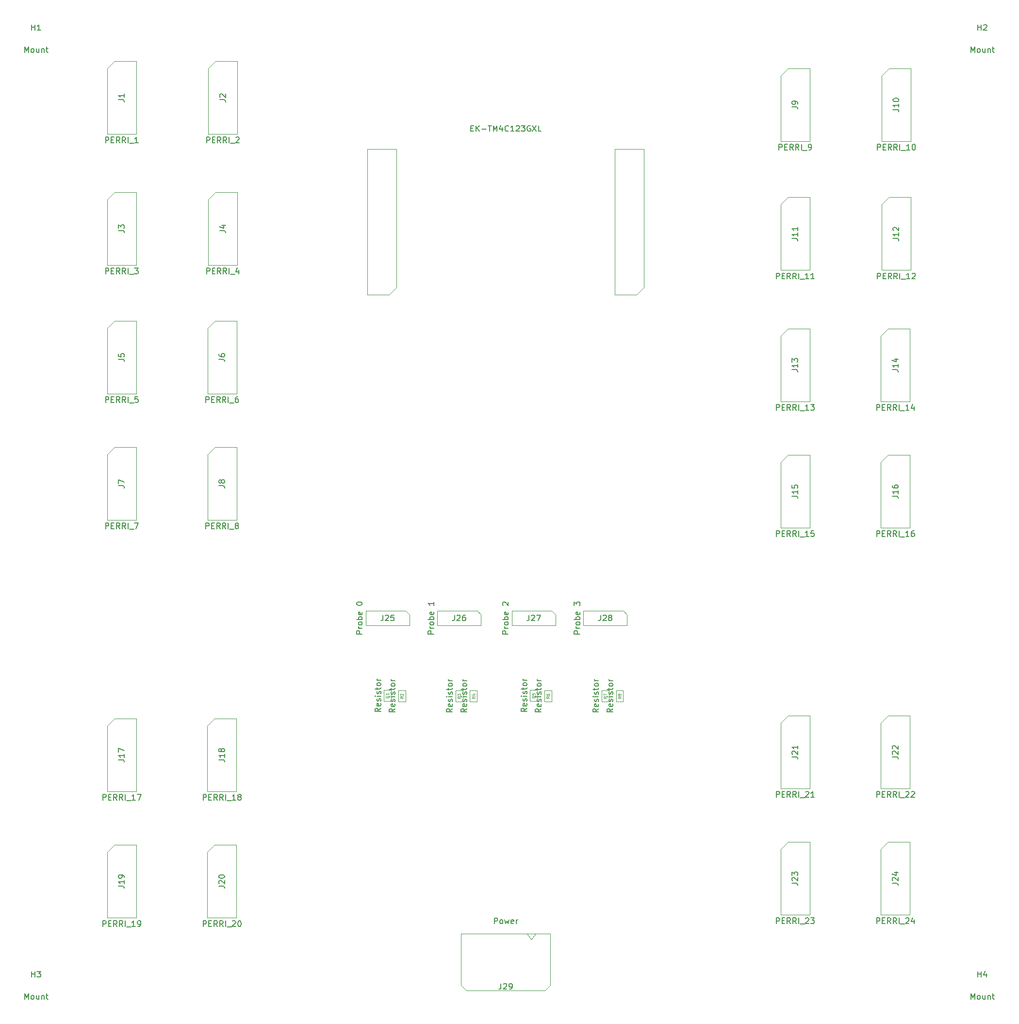
<source format=gbr>
%TF.GenerationSoftware,KiCad,Pcbnew,(6.0.9)*%
%TF.CreationDate,2023-01-09T12:19:47-05:00*%
%TF.ProjectId,Perris_Breakout,50657272-6973-45f4-9272-65616b6f7574,3*%
%TF.SameCoordinates,Original*%
%TF.FileFunction,AssemblyDrawing,Top*%
%FSLAX46Y46*%
G04 Gerber Fmt 4.6, Leading zero omitted, Abs format (unit mm)*
G04 Created by KiCad (PCBNEW (6.0.9)) date 2023-01-09 12:19:47*
%MOMM*%
%LPD*%
G01*
G04 APERTURE LIST*
%ADD10C,0.150000*%
%ADD11C,0.080000*%
%ADD12C,0.100000*%
G04 APERTURE END LIST*
D10*
%TO.C,J20*%
X54198557Y-203367380D02*
X54198557Y-202367380D01*
X54579510Y-202367380D01*
X54674748Y-202415000D01*
X54722367Y-202462619D01*
X54769986Y-202557857D01*
X54769986Y-202700714D01*
X54722367Y-202795952D01*
X54674748Y-202843571D01*
X54579510Y-202891190D01*
X54198557Y-202891190D01*
X55198557Y-202843571D02*
X55531891Y-202843571D01*
X55674748Y-203367380D02*
X55198557Y-203367380D01*
X55198557Y-202367380D01*
X55674748Y-202367380D01*
X56674748Y-203367380D02*
X56341414Y-202891190D01*
X56103319Y-203367380D02*
X56103319Y-202367380D01*
X56484272Y-202367380D01*
X56579510Y-202415000D01*
X56627129Y-202462619D01*
X56674748Y-202557857D01*
X56674748Y-202700714D01*
X56627129Y-202795952D01*
X56579510Y-202843571D01*
X56484272Y-202891190D01*
X56103319Y-202891190D01*
X57674748Y-203367380D02*
X57341414Y-202891190D01*
X57103319Y-203367380D02*
X57103319Y-202367380D01*
X57484272Y-202367380D01*
X57579510Y-202415000D01*
X57627129Y-202462619D01*
X57674748Y-202557857D01*
X57674748Y-202700714D01*
X57627129Y-202795952D01*
X57579510Y-202843571D01*
X57484272Y-202891190D01*
X57103319Y-202891190D01*
X58103319Y-203367380D02*
X58103319Y-202367380D01*
X58341414Y-203462619D02*
X59103319Y-203462619D01*
X59293795Y-202462619D02*
X59341414Y-202415000D01*
X59436652Y-202367380D01*
X59674748Y-202367380D01*
X59769986Y-202415000D01*
X59817605Y-202462619D01*
X59865224Y-202557857D01*
X59865224Y-202653095D01*
X59817605Y-202795952D01*
X59246176Y-203367380D01*
X59865224Y-203367380D01*
X60484272Y-202367380D02*
X60579510Y-202367380D01*
X60674748Y-202415000D01*
X60722367Y-202462619D01*
X60769986Y-202557857D01*
X60817605Y-202748333D01*
X60817605Y-202986428D01*
X60769986Y-203176904D01*
X60722367Y-203272142D01*
X60674748Y-203319761D01*
X60579510Y-203367380D01*
X60484272Y-203367380D01*
X60389033Y-203319761D01*
X60341414Y-203272142D01*
X60293795Y-203176904D01*
X60246176Y-202986428D01*
X60246176Y-202748333D01*
X60293795Y-202557857D01*
X60341414Y-202462619D01*
X60389033Y-202415000D01*
X60484272Y-202367380D01*
X56936652Y-196314523D02*
X57650938Y-196314523D01*
X57793795Y-196362142D01*
X57889033Y-196457380D01*
X57936652Y-196600238D01*
X57936652Y-196695476D01*
X57031891Y-195885952D02*
X56984272Y-195838333D01*
X56936652Y-195743095D01*
X56936652Y-195505000D01*
X56984272Y-195409761D01*
X57031891Y-195362142D01*
X57127129Y-195314523D01*
X57222367Y-195314523D01*
X57365224Y-195362142D01*
X57936652Y-195933571D01*
X57936652Y-195314523D01*
X56936652Y-194695476D02*
X56936652Y-194600238D01*
X56984272Y-194505000D01*
X57031891Y-194457380D01*
X57127129Y-194409761D01*
X57317605Y-194362142D01*
X57555700Y-194362142D01*
X57746176Y-194409761D01*
X57841414Y-194457380D01*
X57889033Y-194505000D01*
X57936652Y-194600238D01*
X57936652Y-194695476D01*
X57889033Y-194790714D01*
X57841414Y-194838333D01*
X57746176Y-194885952D01*
X57555700Y-194933571D01*
X57317605Y-194933571D01*
X57127129Y-194885952D01*
X57031891Y-194838333D01*
X56984272Y-194790714D01*
X56936652Y-194695476D01*
%TO.C,H4*%
X188168109Y-216042380D02*
X188168109Y-215042380D01*
X188501442Y-215756666D01*
X188834776Y-215042380D01*
X188834776Y-216042380D01*
X189453823Y-216042380D02*
X189358585Y-215994761D01*
X189310966Y-215947142D01*
X189263347Y-215851904D01*
X189263347Y-215566190D01*
X189310966Y-215470952D01*
X189358585Y-215423333D01*
X189453823Y-215375714D01*
X189596680Y-215375714D01*
X189691919Y-215423333D01*
X189739538Y-215470952D01*
X189787157Y-215566190D01*
X189787157Y-215851904D01*
X189739538Y-215947142D01*
X189691919Y-215994761D01*
X189596680Y-216042380D01*
X189453823Y-216042380D01*
X190644300Y-215375714D02*
X190644300Y-216042380D01*
X190215728Y-215375714D02*
X190215728Y-215899523D01*
X190263347Y-215994761D01*
X190358585Y-216042380D01*
X190501442Y-216042380D01*
X190596680Y-215994761D01*
X190644300Y-215947142D01*
X191120490Y-215375714D02*
X191120490Y-216042380D01*
X191120490Y-215470952D02*
X191168109Y-215423333D01*
X191263347Y-215375714D01*
X191406204Y-215375714D01*
X191501442Y-215423333D01*
X191549061Y-215518571D01*
X191549061Y-216042380D01*
X191882395Y-215375714D02*
X192263347Y-215375714D01*
X192025252Y-215042380D02*
X192025252Y-215899523D01*
X192072871Y-215994761D01*
X192168109Y-216042380D01*
X192263347Y-216042380D01*
X189382395Y-212192380D02*
X189382395Y-211192380D01*
X189382395Y-211668571D02*
X189953823Y-211668571D01*
X189953823Y-212192380D02*
X189953823Y-211192380D01*
X190858585Y-211525714D02*
X190858585Y-212192380D01*
X190620490Y-211144761D02*
X190382395Y-211859047D01*
X191001442Y-211859047D01*
%TO.C,J9*%
X154685476Y-67957380D02*
X154685476Y-66957380D01*
X155066428Y-66957380D01*
X155161666Y-67005000D01*
X155209285Y-67052619D01*
X155256904Y-67147857D01*
X155256904Y-67290714D01*
X155209285Y-67385952D01*
X155161666Y-67433571D01*
X155066428Y-67481190D01*
X154685476Y-67481190D01*
X155685476Y-67433571D02*
X156018809Y-67433571D01*
X156161666Y-67957380D02*
X155685476Y-67957380D01*
X155685476Y-66957380D01*
X156161666Y-66957380D01*
X157161666Y-67957380D02*
X156828333Y-67481190D01*
X156590238Y-67957380D02*
X156590238Y-66957380D01*
X156971190Y-66957380D01*
X157066428Y-67005000D01*
X157114047Y-67052619D01*
X157161666Y-67147857D01*
X157161666Y-67290714D01*
X157114047Y-67385952D01*
X157066428Y-67433571D01*
X156971190Y-67481190D01*
X156590238Y-67481190D01*
X158161666Y-67957380D02*
X157828333Y-67481190D01*
X157590238Y-67957380D02*
X157590238Y-66957380D01*
X157971190Y-66957380D01*
X158066428Y-67005000D01*
X158114047Y-67052619D01*
X158161666Y-67147857D01*
X158161666Y-67290714D01*
X158114047Y-67385952D01*
X158066428Y-67433571D01*
X157971190Y-67481190D01*
X157590238Y-67481190D01*
X158590238Y-67957380D02*
X158590238Y-66957380D01*
X158828333Y-68052619D02*
X159590238Y-68052619D01*
X159875952Y-67957380D02*
X160066428Y-67957380D01*
X160161666Y-67909761D01*
X160209285Y-67862142D01*
X160304523Y-67719285D01*
X160352142Y-67528809D01*
X160352142Y-67147857D01*
X160304523Y-67052619D01*
X160256904Y-67005000D01*
X160161666Y-66957380D01*
X159971190Y-66957380D01*
X159875952Y-67005000D01*
X159828333Y-67052619D01*
X159780714Y-67147857D01*
X159780714Y-67385952D01*
X159828333Y-67481190D01*
X159875952Y-67528809D01*
X159971190Y-67576428D01*
X160161666Y-67576428D01*
X160256904Y-67528809D01*
X160304523Y-67481190D01*
X160352142Y-67385952D01*
X156947380Y-60428333D02*
X157661666Y-60428333D01*
X157804523Y-60475952D01*
X157899761Y-60571190D01*
X157947380Y-60714047D01*
X157947380Y-60809285D01*
X157947380Y-59904523D02*
X157947380Y-59714047D01*
X157899761Y-59618809D01*
X157852142Y-59571190D01*
X157709285Y-59475952D01*
X157518809Y-59428333D01*
X157137857Y-59428333D01*
X157042619Y-59475952D01*
X156995000Y-59523571D01*
X156947380Y-59618809D01*
X156947380Y-59809285D01*
X156995000Y-59904523D01*
X157042619Y-59952142D01*
X157137857Y-59999761D01*
X157375952Y-59999761D01*
X157471190Y-59952142D01*
X157518809Y-59904523D01*
X157566428Y-59809285D01*
X157566428Y-59618809D01*
X157518809Y-59523571D01*
X157471190Y-59475952D01*
X157375952Y-59428333D01*
%TO.C,R6*%
X113181680Y-165389285D02*
X112705490Y-165722619D01*
X113181680Y-165960714D02*
X112181680Y-165960714D01*
X112181680Y-165579761D01*
X112229300Y-165484523D01*
X112276919Y-165436904D01*
X112372157Y-165389285D01*
X112515014Y-165389285D01*
X112610252Y-165436904D01*
X112657871Y-165484523D01*
X112705490Y-165579761D01*
X112705490Y-165960714D01*
X113134061Y-164579761D02*
X113181680Y-164675000D01*
X113181680Y-164865476D01*
X113134061Y-164960714D01*
X113038823Y-165008333D01*
X112657871Y-165008333D01*
X112562633Y-164960714D01*
X112515014Y-164865476D01*
X112515014Y-164675000D01*
X112562633Y-164579761D01*
X112657871Y-164532142D01*
X112753109Y-164532142D01*
X112848347Y-165008333D01*
X113134061Y-164151190D02*
X113181680Y-164055952D01*
X113181680Y-163865476D01*
X113134061Y-163770238D01*
X113038823Y-163722619D01*
X112991204Y-163722619D01*
X112895966Y-163770238D01*
X112848347Y-163865476D01*
X112848347Y-164008333D01*
X112800728Y-164103571D01*
X112705490Y-164151190D01*
X112657871Y-164151190D01*
X112562633Y-164103571D01*
X112515014Y-164008333D01*
X112515014Y-163865476D01*
X112562633Y-163770238D01*
X113181680Y-163294047D02*
X112515014Y-163294047D01*
X112181680Y-163294047D02*
X112229300Y-163341666D01*
X112276919Y-163294047D01*
X112229300Y-163246428D01*
X112181680Y-163294047D01*
X112276919Y-163294047D01*
X113134061Y-162865476D02*
X113181680Y-162770238D01*
X113181680Y-162579761D01*
X113134061Y-162484523D01*
X113038823Y-162436904D01*
X112991204Y-162436904D01*
X112895966Y-162484523D01*
X112848347Y-162579761D01*
X112848347Y-162722619D01*
X112800728Y-162817857D01*
X112705490Y-162865476D01*
X112657871Y-162865476D01*
X112562633Y-162817857D01*
X112515014Y-162722619D01*
X112515014Y-162579761D01*
X112562633Y-162484523D01*
X112515014Y-162151190D02*
X112515014Y-161770238D01*
X112181680Y-162008333D02*
X113038823Y-162008333D01*
X113134061Y-161960714D01*
X113181680Y-161865476D01*
X113181680Y-161770238D01*
X113181680Y-161294047D02*
X113134061Y-161389285D01*
X113086442Y-161436904D01*
X112991204Y-161484523D01*
X112705490Y-161484523D01*
X112610252Y-161436904D01*
X112562633Y-161389285D01*
X112515014Y-161294047D01*
X112515014Y-161151190D01*
X112562633Y-161055952D01*
X112610252Y-161008333D01*
X112705490Y-160960714D01*
X112991204Y-160960714D01*
X113086442Y-161008333D01*
X113134061Y-161055952D01*
X113181680Y-161151190D01*
X113181680Y-161294047D01*
X113181680Y-160532142D02*
X112515014Y-160532142D01*
X112705490Y-160532142D02*
X112610252Y-160484523D01*
X112562633Y-160436904D01*
X112515014Y-160341666D01*
X112515014Y-160246428D01*
D11*
X114605490Y-163258333D02*
X114367395Y-163425000D01*
X114605490Y-163544047D02*
X114105490Y-163544047D01*
X114105490Y-163353571D01*
X114129300Y-163305952D01*
X114153109Y-163282142D01*
X114200728Y-163258333D01*
X114272157Y-163258333D01*
X114319776Y-163282142D01*
X114343585Y-163305952D01*
X114367395Y-163353571D01*
X114367395Y-163544047D01*
X114105490Y-162829761D02*
X114105490Y-162925000D01*
X114129300Y-162972619D01*
X114153109Y-162996428D01*
X114224538Y-163044047D01*
X114319776Y-163067857D01*
X114510252Y-163067857D01*
X114557871Y-163044047D01*
X114581680Y-163020238D01*
X114605490Y-162972619D01*
X114605490Y-162877380D01*
X114581680Y-162829761D01*
X114557871Y-162805952D01*
X114510252Y-162782142D01*
X114391204Y-162782142D01*
X114343585Y-162805952D01*
X114319776Y-162829761D01*
X114295966Y-162877380D01*
X114295966Y-162972619D01*
X114319776Y-163020238D01*
X114343585Y-163044047D01*
X114391204Y-163067857D01*
D10*
%TO.C,U1*%
X100918571Y-64172571D02*
X101251904Y-64172571D01*
X101394761Y-64696380D02*
X100918571Y-64696380D01*
X100918571Y-63696380D01*
X101394761Y-63696380D01*
X101823333Y-64696380D02*
X101823333Y-63696380D01*
X102394761Y-64696380D02*
X101966190Y-64124952D01*
X102394761Y-63696380D02*
X101823333Y-64267809D01*
X102823333Y-64315428D02*
X103585238Y-64315428D01*
X103918571Y-63696380D02*
X104490000Y-63696380D01*
X104204285Y-64696380D02*
X104204285Y-63696380D01*
X104823333Y-64696380D02*
X104823333Y-63696380D01*
X105156666Y-64410666D01*
X105490000Y-63696380D01*
X105490000Y-64696380D01*
X106394761Y-64029714D02*
X106394761Y-64696380D01*
X106156666Y-63648761D02*
X105918571Y-64363047D01*
X106537619Y-64363047D01*
X107490000Y-64601142D02*
X107442380Y-64648761D01*
X107299523Y-64696380D01*
X107204285Y-64696380D01*
X107061428Y-64648761D01*
X106966190Y-64553523D01*
X106918571Y-64458285D01*
X106870952Y-64267809D01*
X106870952Y-64124952D01*
X106918571Y-63934476D01*
X106966190Y-63839238D01*
X107061428Y-63744000D01*
X107204285Y-63696380D01*
X107299523Y-63696380D01*
X107442380Y-63744000D01*
X107490000Y-63791619D01*
X108442380Y-64696380D02*
X107870952Y-64696380D01*
X108156666Y-64696380D02*
X108156666Y-63696380D01*
X108061428Y-63839238D01*
X107966190Y-63934476D01*
X107870952Y-63982095D01*
X108823333Y-63791619D02*
X108870952Y-63744000D01*
X108966190Y-63696380D01*
X109204285Y-63696380D01*
X109299523Y-63744000D01*
X109347142Y-63791619D01*
X109394761Y-63886857D01*
X109394761Y-63982095D01*
X109347142Y-64124952D01*
X108775714Y-64696380D01*
X109394761Y-64696380D01*
X109728095Y-63696380D02*
X110347142Y-63696380D01*
X110013809Y-64077333D01*
X110156666Y-64077333D01*
X110251904Y-64124952D01*
X110299523Y-64172571D01*
X110347142Y-64267809D01*
X110347142Y-64505904D01*
X110299523Y-64601142D01*
X110251904Y-64648761D01*
X110156666Y-64696380D01*
X109870952Y-64696380D01*
X109775714Y-64648761D01*
X109728095Y-64601142D01*
X111299523Y-63744000D02*
X111204285Y-63696380D01*
X111061428Y-63696380D01*
X110918571Y-63744000D01*
X110823333Y-63839238D01*
X110775714Y-63934476D01*
X110728095Y-64124952D01*
X110728095Y-64267809D01*
X110775714Y-64458285D01*
X110823333Y-64553523D01*
X110918571Y-64648761D01*
X111061428Y-64696380D01*
X111156666Y-64696380D01*
X111299523Y-64648761D01*
X111347142Y-64601142D01*
X111347142Y-64267809D01*
X111156666Y-64267809D01*
X111680476Y-63696380D02*
X112347142Y-64696380D01*
X112347142Y-63696380D02*
X111680476Y-64696380D01*
X113204285Y-64696380D02*
X112728095Y-64696380D01*
X112728095Y-63696380D01*
%TO.C,J15*%
X154209285Y-135367380D02*
X154209285Y-134367380D01*
X154590238Y-134367380D01*
X154685476Y-134415000D01*
X154733095Y-134462619D01*
X154780714Y-134557857D01*
X154780714Y-134700714D01*
X154733095Y-134795952D01*
X154685476Y-134843571D01*
X154590238Y-134891190D01*
X154209285Y-134891190D01*
X155209285Y-134843571D02*
X155542619Y-134843571D01*
X155685476Y-135367380D02*
X155209285Y-135367380D01*
X155209285Y-134367380D01*
X155685476Y-134367380D01*
X156685476Y-135367380D02*
X156352142Y-134891190D01*
X156114047Y-135367380D02*
X156114047Y-134367380D01*
X156495000Y-134367380D01*
X156590238Y-134415000D01*
X156637857Y-134462619D01*
X156685476Y-134557857D01*
X156685476Y-134700714D01*
X156637857Y-134795952D01*
X156590238Y-134843571D01*
X156495000Y-134891190D01*
X156114047Y-134891190D01*
X157685476Y-135367380D02*
X157352142Y-134891190D01*
X157114047Y-135367380D02*
X157114047Y-134367380D01*
X157495000Y-134367380D01*
X157590238Y-134415000D01*
X157637857Y-134462619D01*
X157685476Y-134557857D01*
X157685476Y-134700714D01*
X157637857Y-134795952D01*
X157590238Y-134843571D01*
X157495000Y-134891190D01*
X157114047Y-134891190D01*
X158114047Y-135367380D02*
X158114047Y-134367380D01*
X158352142Y-135462619D02*
X159114047Y-135462619D01*
X159875952Y-135367380D02*
X159304523Y-135367380D01*
X159590238Y-135367380D02*
X159590238Y-134367380D01*
X159495000Y-134510238D01*
X159399761Y-134605476D01*
X159304523Y-134653095D01*
X160780714Y-134367380D02*
X160304523Y-134367380D01*
X160256904Y-134843571D01*
X160304523Y-134795952D01*
X160399761Y-134748333D01*
X160637857Y-134748333D01*
X160733095Y-134795952D01*
X160780714Y-134843571D01*
X160828333Y-134938809D01*
X160828333Y-135176904D01*
X160780714Y-135272142D01*
X160733095Y-135319761D01*
X160637857Y-135367380D01*
X160399761Y-135367380D01*
X160304523Y-135319761D01*
X160256904Y-135272142D01*
X156947380Y-128314523D02*
X157661666Y-128314523D01*
X157804523Y-128362142D01*
X157899761Y-128457380D01*
X157947380Y-128600238D01*
X157947380Y-128695476D01*
X157947380Y-127314523D02*
X157947380Y-127885952D01*
X157947380Y-127600238D02*
X156947380Y-127600238D01*
X157090238Y-127695476D01*
X157185476Y-127790714D01*
X157233095Y-127885952D01*
X156947380Y-126409761D02*
X156947380Y-126885952D01*
X157423571Y-126933571D01*
X157375952Y-126885952D01*
X157328333Y-126790714D01*
X157328333Y-126552619D01*
X157375952Y-126457380D01*
X157423571Y-126409761D01*
X157518809Y-126362142D01*
X157756904Y-126362142D01*
X157852142Y-126409761D01*
X157899761Y-126457380D01*
X157947380Y-126552619D01*
X157947380Y-126790714D01*
X157899761Y-126885952D01*
X157852142Y-126933571D01*
%TO.C,J25*%
X81961680Y-152351904D02*
X80961680Y-152351904D01*
X80961680Y-151970952D01*
X81009300Y-151875714D01*
X81056919Y-151828095D01*
X81152157Y-151780476D01*
X81295014Y-151780476D01*
X81390252Y-151828095D01*
X81437871Y-151875714D01*
X81485490Y-151970952D01*
X81485490Y-152351904D01*
X81961680Y-151351904D02*
X81295014Y-151351904D01*
X81485490Y-151351904D02*
X81390252Y-151304285D01*
X81342633Y-151256666D01*
X81295014Y-151161428D01*
X81295014Y-151066190D01*
X81961680Y-150590000D02*
X81914061Y-150685238D01*
X81866442Y-150732857D01*
X81771204Y-150780476D01*
X81485490Y-150780476D01*
X81390252Y-150732857D01*
X81342633Y-150685238D01*
X81295014Y-150590000D01*
X81295014Y-150447142D01*
X81342633Y-150351904D01*
X81390252Y-150304285D01*
X81485490Y-150256666D01*
X81771204Y-150256666D01*
X81866442Y-150304285D01*
X81914061Y-150351904D01*
X81961680Y-150447142D01*
X81961680Y-150590000D01*
X81961680Y-149828095D02*
X80961680Y-149828095D01*
X81342633Y-149828095D02*
X81295014Y-149732857D01*
X81295014Y-149542380D01*
X81342633Y-149447142D01*
X81390252Y-149399523D01*
X81485490Y-149351904D01*
X81771204Y-149351904D01*
X81866442Y-149399523D01*
X81914061Y-149447142D01*
X81961680Y-149542380D01*
X81961680Y-149732857D01*
X81914061Y-149828095D01*
X81914061Y-148542380D02*
X81961680Y-148637619D01*
X81961680Y-148828095D01*
X81914061Y-148923333D01*
X81818823Y-148970952D01*
X81437871Y-148970952D01*
X81342633Y-148923333D01*
X81295014Y-148828095D01*
X81295014Y-148637619D01*
X81342633Y-148542380D01*
X81437871Y-148494761D01*
X81533109Y-148494761D01*
X81628347Y-148970952D01*
X80961680Y-147113809D02*
X80961680Y-147018571D01*
X81009300Y-146923333D01*
X81056919Y-146875714D01*
X81152157Y-146828095D01*
X81342633Y-146780476D01*
X81580728Y-146780476D01*
X81771204Y-146828095D01*
X81866442Y-146875714D01*
X81914061Y-146923333D01*
X81961680Y-147018571D01*
X81961680Y-147113809D01*
X81914061Y-147209047D01*
X81866442Y-147256666D01*
X81771204Y-147304285D01*
X81580728Y-147351904D01*
X81342633Y-147351904D01*
X81152157Y-147304285D01*
X81056919Y-147256666D01*
X81009300Y-147209047D01*
X80961680Y-147113809D01*
X85569776Y-149042380D02*
X85569776Y-149756666D01*
X85522157Y-149899523D01*
X85426919Y-149994761D01*
X85284061Y-150042380D01*
X85188823Y-150042380D01*
X85998347Y-149137619D02*
X86045966Y-149090000D01*
X86141204Y-149042380D01*
X86379300Y-149042380D01*
X86474538Y-149090000D01*
X86522157Y-149137619D01*
X86569776Y-149232857D01*
X86569776Y-149328095D01*
X86522157Y-149470952D01*
X85950728Y-150042380D01*
X86569776Y-150042380D01*
X87474538Y-149042380D02*
X86998347Y-149042380D01*
X86950728Y-149518571D01*
X86998347Y-149470952D01*
X87093585Y-149423333D01*
X87331680Y-149423333D01*
X87426919Y-149470952D01*
X87474538Y-149518571D01*
X87522157Y-149613809D01*
X87522157Y-149851904D01*
X87474538Y-149947142D01*
X87426919Y-149994761D01*
X87331680Y-150042380D01*
X87093585Y-150042380D01*
X86998347Y-149994761D01*
X86950728Y-149947142D01*
%TO.C,J24*%
X171709285Y-202867380D02*
X171709285Y-201867380D01*
X172090238Y-201867380D01*
X172185476Y-201915000D01*
X172233095Y-201962619D01*
X172280714Y-202057857D01*
X172280714Y-202200714D01*
X172233095Y-202295952D01*
X172185476Y-202343571D01*
X172090238Y-202391190D01*
X171709285Y-202391190D01*
X172709285Y-202343571D02*
X173042619Y-202343571D01*
X173185476Y-202867380D02*
X172709285Y-202867380D01*
X172709285Y-201867380D01*
X173185476Y-201867380D01*
X174185476Y-202867380D02*
X173852142Y-202391190D01*
X173614047Y-202867380D02*
X173614047Y-201867380D01*
X173995000Y-201867380D01*
X174090238Y-201915000D01*
X174137857Y-201962619D01*
X174185476Y-202057857D01*
X174185476Y-202200714D01*
X174137857Y-202295952D01*
X174090238Y-202343571D01*
X173995000Y-202391190D01*
X173614047Y-202391190D01*
X175185476Y-202867380D02*
X174852142Y-202391190D01*
X174614047Y-202867380D02*
X174614047Y-201867380D01*
X174995000Y-201867380D01*
X175090238Y-201915000D01*
X175137857Y-201962619D01*
X175185476Y-202057857D01*
X175185476Y-202200714D01*
X175137857Y-202295952D01*
X175090238Y-202343571D01*
X174995000Y-202391190D01*
X174614047Y-202391190D01*
X175614047Y-202867380D02*
X175614047Y-201867380D01*
X175852142Y-202962619D02*
X176614047Y-202962619D01*
X176804523Y-201962619D02*
X176852142Y-201915000D01*
X176947380Y-201867380D01*
X177185476Y-201867380D01*
X177280714Y-201915000D01*
X177328333Y-201962619D01*
X177375952Y-202057857D01*
X177375952Y-202153095D01*
X177328333Y-202295952D01*
X176756904Y-202867380D01*
X177375952Y-202867380D01*
X178233095Y-202200714D02*
X178233095Y-202867380D01*
X177995000Y-201819761D02*
X177756904Y-202534047D01*
X178375952Y-202534047D01*
X174447380Y-195814523D02*
X175161666Y-195814523D01*
X175304523Y-195862142D01*
X175399761Y-195957380D01*
X175447380Y-196100238D01*
X175447380Y-196195476D01*
X174542619Y-195385952D02*
X174495000Y-195338333D01*
X174447380Y-195243095D01*
X174447380Y-195005000D01*
X174495000Y-194909761D01*
X174542619Y-194862142D01*
X174637857Y-194814523D01*
X174733095Y-194814523D01*
X174875952Y-194862142D01*
X175447380Y-195433571D01*
X175447380Y-194814523D01*
X174780714Y-193957380D02*
X175447380Y-193957380D01*
X174399761Y-194195476D02*
X175114047Y-194433571D01*
X175114047Y-193814523D01*
%TO.C,J14*%
X171709285Y-113332380D02*
X171709285Y-112332380D01*
X172090238Y-112332380D01*
X172185476Y-112380000D01*
X172233095Y-112427619D01*
X172280714Y-112522857D01*
X172280714Y-112665714D01*
X172233095Y-112760952D01*
X172185476Y-112808571D01*
X172090238Y-112856190D01*
X171709285Y-112856190D01*
X172709285Y-112808571D02*
X173042619Y-112808571D01*
X173185476Y-113332380D02*
X172709285Y-113332380D01*
X172709285Y-112332380D01*
X173185476Y-112332380D01*
X174185476Y-113332380D02*
X173852142Y-112856190D01*
X173614047Y-113332380D02*
X173614047Y-112332380D01*
X173995000Y-112332380D01*
X174090238Y-112380000D01*
X174137857Y-112427619D01*
X174185476Y-112522857D01*
X174185476Y-112665714D01*
X174137857Y-112760952D01*
X174090238Y-112808571D01*
X173995000Y-112856190D01*
X173614047Y-112856190D01*
X175185476Y-113332380D02*
X174852142Y-112856190D01*
X174614047Y-113332380D02*
X174614047Y-112332380D01*
X174995000Y-112332380D01*
X175090238Y-112380000D01*
X175137857Y-112427619D01*
X175185476Y-112522857D01*
X175185476Y-112665714D01*
X175137857Y-112760952D01*
X175090238Y-112808571D01*
X174995000Y-112856190D01*
X174614047Y-112856190D01*
X175614047Y-113332380D02*
X175614047Y-112332380D01*
X175852142Y-113427619D02*
X176614047Y-113427619D01*
X177375952Y-113332380D02*
X176804523Y-113332380D01*
X177090238Y-113332380D02*
X177090238Y-112332380D01*
X176995000Y-112475238D01*
X176899761Y-112570476D01*
X176804523Y-112618095D01*
X178233095Y-112665714D02*
X178233095Y-113332380D01*
X177995000Y-112284761D02*
X177756904Y-112999047D01*
X178375952Y-112999047D01*
X174447380Y-106279523D02*
X175161666Y-106279523D01*
X175304523Y-106327142D01*
X175399761Y-106422380D01*
X175447380Y-106565238D01*
X175447380Y-106660476D01*
X175447380Y-105279523D02*
X175447380Y-105850952D01*
X175447380Y-105565238D02*
X174447380Y-105565238D01*
X174590238Y-105660476D01*
X174685476Y-105755714D01*
X174733095Y-105850952D01*
X174780714Y-104422380D02*
X175447380Y-104422380D01*
X174399761Y-104660476D02*
X175114047Y-104898571D01*
X175114047Y-104279523D01*
%TO.C,J16*%
X171709285Y-135367380D02*
X171709285Y-134367380D01*
X172090238Y-134367380D01*
X172185476Y-134415000D01*
X172233095Y-134462619D01*
X172280714Y-134557857D01*
X172280714Y-134700714D01*
X172233095Y-134795952D01*
X172185476Y-134843571D01*
X172090238Y-134891190D01*
X171709285Y-134891190D01*
X172709285Y-134843571D02*
X173042619Y-134843571D01*
X173185476Y-135367380D02*
X172709285Y-135367380D01*
X172709285Y-134367380D01*
X173185476Y-134367380D01*
X174185476Y-135367380D02*
X173852142Y-134891190D01*
X173614047Y-135367380D02*
X173614047Y-134367380D01*
X173995000Y-134367380D01*
X174090238Y-134415000D01*
X174137857Y-134462619D01*
X174185476Y-134557857D01*
X174185476Y-134700714D01*
X174137857Y-134795952D01*
X174090238Y-134843571D01*
X173995000Y-134891190D01*
X173614047Y-134891190D01*
X175185476Y-135367380D02*
X174852142Y-134891190D01*
X174614047Y-135367380D02*
X174614047Y-134367380D01*
X174995000Y-134367380D01*
X175090238Y-134415000D01*
X175137857Y-134462619D01*
X175185476Y-134557857D01*
X175185476Y-134700714D01*
X175137857Y-134795952D01*
X175090238Y-134843571D01*
X174995000Y-134891190D01*
X174614047Y-134891190D01*
X175614047Y-135367380D02*
X175614047Y-134367380D01*
X175852142Y-135462619D02*
X176614047Y-135462619D01*
X177375952Y-135367380D02*
X176804523Y-135367380D01*
X177090238Y-135367380D02*
X177090238Y-134367380D01*
X176995000Y-134510238D01*
X176899761Y-134605476D01*
X176804523Y-134653095D01*
X178233095Y-134367380D02*
X178042619Y-134367380D01*
X177947380Y-134415000D01*
X177899761Y-134462619D01*
X177804523Y-134605476D01*
X177756904Y-134795952D01*
X177756904Y-135176904D01*
X177804523Y-135272142D01*
X177852142Y-135319761D01*
X177947380Y-135367380D01*
X178137857Y-135367380D01*
X178233095Y-135319761D01*
X178280714Y-135272142D01*
X178328333Y-135176904D01*
X178328333Y-134938809D01*
X178280714Y-134843571D01*
X178233095Y-134795952D01*
X178137857Y-134748333D01*
X177947380Y-134748333D01*
X177852142Y-134795952D01*
X177804523Y-134843571D01*
X177756904Y-134938809D01*
X174447380Y-128314523D02*
X175161666Y-128314523D01*
X175304523Y-128362142D01*
X175399761Y-128457380D01*
X175447380Y-128600238D01*
X175447380Y-128695476D01*
X175447380Y-127314523D02*
X175447380Y-127885952D01*
X175447380Y-127600238D02*
X174447380Y-127600238D01*
X174590238Y-127695476D01*
X174685476Y-127790714D01*
X174733095Y-127885952D01*
X174447380Y-126457380D02*
X174447380Y-126647857D01*
X174495000Y-126743095D01*
X174542619Y-126790714D01*
X174685476Y-126885952D01*
X174875952Y-126933571D01*
X175256904Y-126933571D01*
X175352142Y-126885952D01*
X175399761Y-126838333D01*
X175447380Y-126743095D01*
X175447380Y-126552619D01*
X175399761Y-126457380D01*
X175352142Y-126409761D01*
X175256904Y-126362142D01*
X175018809Y-126362142D01*
X174923571Y-126409761D01*
X174875952Y-126457380D01*
X174828333Y-126552619D01*
X174828333Y-126743095D01*
X174875952Y-126838333D01*
X174923571Y-126885952D01*
X175018809Y-126933571D01*
%TO.C,R2*%
X87681680Y-165389285D02*
X87205490Y-165722619D01*
X87681680Y-165960714D02*
X86681680Y-165960714D01*
X86681680Y-165579761D01*
X86729300Y-165484523D01*
X86776919Y-165436904D01*
X86872157Y-165389285D01*
X87015014Y-165389285D01*
X87110252Y-165436904D01*
X87157871Y-165484523D01*
X87205490Y-165579761D01*
X87205490Y-165960714D01*
X87634061Y-164579761D02*
X87681680Y-164675000D01*
X87681680Y-164865476D01*
X87634061Y-164960714D01*
X87538823Y-165008333D01*
X87157871Y-165008333D01*
X87062633Y-164960714D01*
X87015014Y-164865476D01*
X87015014Y-164675000D01*
X87062633Y-164579761D01*
X87157871Y-164532142D01*
X87253109Y-164532142D01*
X87348347Y-165008333D01*
X87634061Y-164151190D02*
X87681680Y-164055952D01*
X87681680Y-163865476D01*
X87634061Y-163770238D01*
X87538823Y-163722619D01*
X87491204Y-163722619D01*
X87395966Y-163770238D01*
X87348347Y-163865476D01*
X87348347Y-164008333D01*
X87300728Y-164103571D01*
X87205490Y-164151190D01*
X87157871Y-164151190D01*
X87062633Y-164103571D01*
X87015014Y-164008333D01*
X87015014Y-163865476D01*
X87062633Y-163770238D01*
X87681680Y-163294047D02*
X87015014Y-163294047D01*
X86681680Y-163294047D02*
X86729300Y-163341666D01*
X86776919Y-163294047D01*
X86729300Y-163246428D01*
X86681680Y-163294047D01*
X86776919Y-163294047D01*
X87634061Y-162865476D02*
X87681680Y-162770238D01*
X87681680Y-162579761D01*
X87634061Y-162484523D01*
X87538823Y-162436904D01*
X87491204Y-162436904D01*
X87395966Y-162484523D01*
X87348347Y-162579761D01*
X87348347Y-162722619D01*
X87300728Y-162817857D01*
X87205490Y-162865476D01*
X87157871Y-162865476D01*
X87062633Y-162817857D01*
X87015014Y-162722619D01*
X87015014Y-162579761D01*
X87062633Y-162484523D01*
X87015014Y-162151190D02*
X87015014Y-161770238D01*
X86681680Y-162008333D02*
X87538823Y-162008333D01*
X87634061Y-161960714D01*
X87681680Y-161865476D01*
X87681680Y-161770238D01*
X87681680Y-161294047D02*
X87634061Y-161389285D01*
X87586442Y-161436904D01*
X87491204Y-161484523D01*
X87205490Y-161484523D01*
X87110252Y-161436904D01*
X87062633Y-161389285D01*
X87015014Y-161294047D01*
X87015014Y-161151190D01*
X87062633Y-161055952D01*
X87110252Y-161008333D01*
X87205490Y-160960714D01*
X87491204Y-160960714D01*
X87586442Y-161008333D01*
X87634061Y-161055952D01*
X87681680Y-161151190D01*
X87681680Y-161294047D01*
X87681680Y-160532142D02*
X87015014Y-160532142D01*
X87205490Y-160532142D02*
X87110252Y-160484523D01*
X87062633Y-160436904D01*
X87015014Y-160341666D01*
X87015014Y-160246428D01*
D11*
X89105490Y-163258333D02*
X88867395Y-163425000D01*
X89105490Y-163544047D02*
X88605490Y-163544047D01*
X88605490Y-163353571D01*
X88629300Y-163305952D01*
X88653109Y-163282142D01*
X88700728Y-163258333D01*
X88772157Y-163258333D01*
X88819776Y-163282142D01*
X88843585Y-163305952D01*
X88867395Y-163353571D01*
X88867395Y-163544047D01*
X88653109Y-163067857D02*
X88629300Y-163044047D01*
X88605490Y-162996428D01*
X88605490Y-162877380D01*
X88629300Y-162829761D01*
X88653109Y-162805952D01*
X88700728Y-162782142D01*
X88748347Y-162782142D01*
X88819776Y-162805952D01*
X89105490Y-163091666D01*
X89105490Y-162782142D01*
D10*
%TO.C,J7*%
X37185476Y-134012380D02*
X37185476Y-133012380D01*
X37566428Y-133012380D01*
X37661666Y-133060000D01*
X37709285Y-133107619D01*
X37756904Y-133202857D01*
X37756904Y-133345714D01*
X37709285Y-133440952D01*
X37661666Y-133488571D01*
X37566428Y-133536190D01*
X37185476Y-133536190D01*
X38185476Y-133488571D02*
X38518809Y-133488571D01*
X38661666Y-134012380D02*
X38185476Y-134012380D01*
X38185476Y-133012380D01*
X38661666Y-133012380D01*
X39661666Y-134012380D02*
X39328333Y-133536190D01*
X39090238Y-134012380D02*
X39090238Y-133012380D01*
X39471190Y-133012380D01*
X39566428Y-133060000D01*
X39614047Y-133107619D01*
X39661666Y-133202857D01*
X39661666Y-133345714D01*
X39614047Y-133440952D01*
X39566428Y-133488571D01*
X39471190Y-133536190D01*
X39090238Y-133536190D01*
X40661666Y-134012380D02*
X40328333Y-133536190D01*
X40090238Y-134012380D02*
X40090238Y-133012380D01*
X40471190Y-133012380D01*
X40566428Y-133060000D01*
X40614047Y-133107619D01*
X40661666Y-133202857D01*
X40661666Y-133345714D01*
X40614047Y-133440952D01*
X40566428Y-133488571D01*
X40471190Y-133536190D01*
X40090238Y-133536190D01*
X41090238Y-134012380D02*
X41090238Y-133012380D01*
X41328333Y-134107619D02*
X42090238Y-134107619D01*
X42233095Y-133012380D02*
X42899761Y-133012380D01*
X42471190Y-134012380D01*
X39447380Y-126483333D02*
X40161666Y-126483333D01*
X40304523Y-126530952D01*
X40399761Y-126626190D01*
X40447380Y-126769047D01*
X40447380Y-126864285D01*
X39447380Y-126102380D02*
X39447380Y-125435714D01*
X40447380Y-125864285D01*
%TO.C,H3*%
X23068109Y-216042380D02*
X23068109Y-215042380D01*
X23401442Y-215756666D01*
X23734776Y-215042380D01*
X23734776Y-216042380D01*
X24353823Y-216042380D02*
X24258585Y-215994761D01*
X24210966Y-215947142D01*
X24163347Y-215851904D01*
X24163347Y-215566190D01*
X24210966Y-215470952D01*
X24258585Y-215423333D01*
X24353823Y-215375714D01*
X24496680Y-215375714D01*
X24591919Y-215423333D01*
X24639538Y-215470952D01*
X24687157Y-215566190D01*
X24687157Y-215851904D01*
X24639538Y-215947142D01*
X24591919Y-215994761D01*
X24496680Y-216042380D01*
X24353823Y-216042380D01*
X25544300Y-215375714D02*
X25544300Y-216042380D01*
X25115728Y-215375714D02*
X25115728Y-215899523D01*
X25163347Y-215994761D01*
X25258585Y-216042380D01*
X25401442Y-216042380D01*
X25496680Y-215994761D01*
X25544300Y-215947142D01*
X26020490Y-215375714D02*
X26020490Y-216042380D01*
X26020490Y-215470952D02*
X26068109Y-215423333D01*
X26163347Y-215375714D01*
X26306204Y-215375714D01*
X26401442Y-215423333D01*
X26449061Y-215518571D01*
X26449061Y-216042380D01*
X26782395Y-215375714D02*
X27163347Y-215375714D01*
X26925252Y-215042380D02*
X26925252Y-215899523D01*
X26972871Y-215994761D01*
X27068109Y-216042380D01*
X27163347Y-216042380D01*
X24282395Y-212192380D02*
X24282395Y-211192380D01*
X24282395Y-211668571D02*
X24853823Y-211668571D01*
X24853823Y-212192380D02*
X24853823Y-211192380D01*
X25234776Y-211192380D02*
X25853823Y-211192380D01*
X25520490Y-211573333D01*
X25663347Y-211573333D01*
X25758585Y-211620952D01*
X25806204Y-211668571D01*
X25853823Y-211763809D01*
X25853823Y-212001904D01*
X25806204Y-212097142D01*
X25758585Y-212144761D01*
X25663347Y-212192380D01*
X25377633Y-212192380D01*
X25282395Y-212144761D01*
X25234776Y-212097142D01*
%TO.C,J21*%
X154209285Y-180832380D02*
X154209285Y-179832380D01*
X154590238Y-179832380D01*
X154685476Y-179880000D01*
X154733095Y-179927619D01*
X154780714Y-180022857D01*
X154780714Y-180165714D01*
X154733095Y-180260952D01*
X154685476Y-180308571D01*
X154590238Y-180356190D01*
X154209285Y-180356190D01*
X155209285Y-180308571D02*
X155542619Y-180308571D01*
X155685476Y-180832380D02*
X155209285Y-180832380D01*
X155209285Y-179832380D01*
X155685476Y-179832380D01*
X156685476Y-180832380D02*
X156352142Y-180356190D01*
X156114047Y-180832380D02*
X156114047Y-179832380D01*
X156495000Y-179832380D01*
X156590238Y-179880000D01*
X156637857Y-179927619D01*
X156685476Y-180022857D01*
X156685476Y-180165714D01*
X156637857Y-180260952D01*
X156590238Y-180308571D01*
X156495000Y-180356190D01*
X156114047Y-180356190D01*
X157685476Y-180832380D02*
X157352142Y-180356190D01*
X157114047Y-180832380D02*
X157114047Y-179832380D01*
X157495000Y-179832380D01*
X157590238Y-179880000D01*
X157637857Y-179927619D01*
X157685476Y-180022857D01*
X157685476Y-180165714D01*
X157637857Y-180260952D01*
X157590238Y-180308571D01*
X157495000Y-180356190D01*
X157114047Y-180356190D01*
X158114047Y-180832380D02*
X158114047Y-179832380D01*
X158352142Y-180927619D02*
X159114047Y-180927619D01*
X159304523Y-179927619D02*
X159352142Y-179880000D01*
X159447380Y-179832380D01*
X159685476Y-179832380D01*
X159780714Y-179880000D01*
X159828333Y-179927619D01*
X159875952Y-180022857D01*
X159875952Y-180118095D01*
X159828333Y-180260952D01*
X159256904Y-180832380D01*
X159875952Y-180832380D01*
X160828333Y-180832380D02*
X160256904Y-180832380D01*
X160542619Y-180832380D02*
X160542619Y-179832380D01*
X160447380Y-179975238D01*
X160352142Y-180070476D01*
X160256904Y-180118095D01*
X156947380Y-173779523D02*
X157661666Y-173779523D01*
X157804523Y-173827142D01*
X157899761Y-173922380D01*
X157947380Y-174065238D01*
X157947380Y-174160476D01*
X157042619Y-173350952D02*
X156995000Y-173303333D01*
X156947380Y-173208095D01*
X156947380Y-172970000D01*
X156995000Y-172874761D01*
X157042619Y-172827142D01*
X157137857Y-172779523D01*
X157233095Y-172779523D01*
X157375952Y-172827142D01*
X157947380Y-173398571D01*
X157947380Y-172779523D01*
X157947380Y-171827142D02*
X157947380Y-172398571D01*
X157947380Y-172112857D02*
X156947380Y-172112857D01*
X157090238Y-172208095D01*
X157185476Y-172303333D01*
X157233095Y-172398571D01*
%TO.C,J6*%
X54685476Y-111977380D02*
X54685476Y-110977380D01*
X55066428Y-110977380D01*
X55161666Y-111025000D01*
X55209285Y-111072619D01*
X55256904Y-111167857D01*
X55256904Y-111310714D01*
X55209285Y-111405952D01*
X55161666Y-111453571D01*
X55066428Y-111501190D01*
X54685476Y-111501190D01*
X55685476Y-111453571D02*
X56018809Y-111453571D01*
X56161666Y-111977380D02*
X55685476Y-111977380D01*
X55685476Y-110977380D01*
X56161666Y-110977380D01*
X57161666Y-111977380D02*
X56828333Y-111501190D01*
X56590238Y-111977380D02*
X56590238Y-110977380D01*
X56971190Y-110977380D01*
X57066428Y-111025000D01*
X57114047Y-111072619D01*
X57161666Y-111167857D01*
X57161666Y-111310714D01*
X57114047Y-111405952D01*
X57066428Y-111453571D01*
X56971190Y-111501190D01*
X56590238Y-111501190D01*
X58161666Y-111977380D02*
X57828333Y-111501190D01*
X57590238Y-111977380D02*
X57590238Y-110977380D01*
X57971190Y-110977380D01*
X58066428Y-111025000D01*
X58114047Y-111072619D01*
X58161666Y-111167857D01*
X58161666Y-111310714D01*
X58114047Y-111405952D01*
X58066428Y-111453571D01*
X57971190Y-111501190D01*
X57590238Y-111501190D01*
X58590238Y-111977380D02*
X58590238Y-110977380D01*
X58828333Y-112072619D02*
X59590238Y-112072619D01*
X60256904Y-110977380D02*
X60066428Y-110977380D01*
X59971190Y-111025000D01*
X59923571Y-111072619D01*
X59828333Y-111215476D01*
X59780714Y-111405952D01*
X59780714Y-111786904D01*
X59828333Y-111882142D01*
X59875952Y-111929761D01*
X59971190Y-111977380D01*
X60161666Y-111977380D01*
X60256904Y-111929761D01*
X60304523Y-111882142D01*
X60352142Y-111786904D01*
X60352142Y-111548809D01*
X60304523Y-111453571D01*
X60256904Y-111405952D01*
X60161666Y-111358333D01*
X59971190Y-111358333D01*
X59875952Y-111405952D01*
X59828333Y-111453571D01*
X59780714Y-111548809D01*
X56947380Y-104448333D02*
X57661666Y-104448333D01*
X57804523Y-104495952D01*
X57899761Y-104591190D01*
X57947380Y-104734047D01*
X57947380Y-104829285D01*
X56947380Y-103543571D02*
X56947380Y-103734047D01*
X56995000Y-103829285D01*
X57042619Y-103876904D01*
X57185476Y-103972142D01*
X57375952Y-104019761D01*
X57756904Y-104019761D01*
X57852142Y-103972142D01*
X57899761Y-103924523D01*
X57947380Y-103829285D01*
X57947380Y-103638809D01*
X57899761Y-103543571D01*
X57852142Y-103495952D01*
X57756904Y-103448333D01*
X57518809Y-103448333D01*
X57423571Y-103495952D01*
X57375952Y-103543571D01*
X57328333Y-103638809D01*
X57328333Y-103829285D01*
X57375952Y-103924523D01*
X57423571Y-103972142D01*
X57518809Y-104019761D01*
%TO.C,R8*%
X125681680Y-165389285D02*
X125205490Y-165722619D01*
X125681680Y-165960714D02*
X124681680Y-165960714D01*
X124681680Y-165579761D01*
X124729300Y-165484523D01*
X124776919Y-165436904D01*
X124872157Y-165389285D01*
X125015014Y-165389285D01*
X125110252Y-165436904D01*
X125157871Y-165484523D01*
X125205490Y-165579761D01*
X125205490Y-165960714D01*
X125634061Y-164579761D02*
X125681680Y-164675000D01*
X125681680Y-164865476D01*
X125634061Y-164960714D01*
X125538823Y-165008333D01*
X125157871Y-165008333D01*
X125062633Y-164960714D01*
X125015014Y-164865476D01*
X125015014Y-164675000D01*
X125062633Y-164579761D01*
X125157871Y-164532142D01*
X125253109Y-164532142D01*
X125348347Y-165008333D01*
X125634061Y-164151190D02*
X125681680Y-164055952D01*
X125681680Y-163865476D01*
X125634061Y-163770238D01*
X125538823Y-163722619D01*
X125491204Y-163722619D01*
X125395966Y-163770238D01*
X125348347Y-163865476D01*
X125348347Y-164008333D01*
X125300728Y-164103571D01*
X125205490Y-164151190D01*
X125157871Y-164151190D01*
X125062633Y-164103571D01*
X125015014Y-164008333D01*
X125015014Y-163865476D01*
X125062633Y-163770238D01*
X125681680Y-163294047D02*
X125015014Y-163294047D01*
X124681680Y-163294047D02*
X124729300Y-163341666D01*
X124776919Y-163294047D01*
X124729300Y-163246428D01*
X124681680Y-163294047D01*
X124776919Y-163294047D01*
X125634061Y-162865476D02*
X125681680Y-162770238D01*
X125681680Y-162579761D01*
X125634061Y-162484523D01*
X125538823Y-162436904D01*
X125491204Y-162436904D01*
X125395966Y-162484523D01*
X125348347Y-162579761D01*
X125348347Y-162722619D01*
X125300728Y-162817857D01*
X125205490Y-162865476D01*
X125157871Y-162865476D01*
X125062633Y-162817857D01*
X125015014Y-162722619D01*
X125015014Y-162579761D01*
X125062633Y-162484523D01*
X125015014Y-162151190D02*
X125015014Y-161770238D01*
X124681680Y-162008333D02*
X125538823Y-162008333D01*
X125634061Y-161960714D01*
X125681680Y-161865476D01*
X125681680Y-161770238D01*
X125681680Y-161294047D02*
X125634061Y-161389285D01*
X125586442Y-161436904D01*
X125491204Y-161484523D01*
X125205490Y-161484523D01*
X125110252Y-161436904D01*
X125062633Y-161389285D01*
X125015014Y-161294047D01*
X125015014Y-161151190D01*
X125062633Y-161055952D01*
X125110252Y-161008333D01*
X125205490Y-160960714D01*
X125491204Y-160960714D01*
X125586442Y-161008333D01*
X125634061Y-161055952D01*
X125681680Y-161151190D01*
X125681680Y-161294047D01*
X125681680Y-160532142D02*
X125015014Y-160532142D01*
X125205490Y-160532142D02*
X125110252Y-160484523D01*
X125062633Y-160436904D01*
X125015014Y-160341666D01*
X125015014Y-160246428D01*
D11*
X127105490Y-163258333D02*
X126867395Y-163425000D01*
X127105490Y-163544047D02*
X126605490Y-163544047D01*
X126605490Y-163353571D01*
X126629300Y-163305952D01*
X126653109Y-163282142D01*
X126700728Y-163258333D01*
X126772157Y-163258333D01*
X126819776Y-163282142D01*
X126843585Y-163305952D01*
X126867395Y-163353571D01*
X126867395Y-163544047D01*
X126819776Y-162972619D02*
X126795966Y-163020238D01*
X126772157Y-163044047D01*
X126724538Y-163067857D01*
X126700728Y-163067857D01*
X126653109Y-163044047D01*
X126629300Y-163020238D01*
X126605490Y-162972619D01*
X126605490Y-162877380D01*
X126629300Y-162829761D01*
X126653109Y-162805952D01*
X126700728Y-162782142D01*
X126724538Y-162782142D01*
X126772157Y-162805952D01*
X126795966Y-162829761D01*
X126819776Y-162877380D01*
X126819776Y-162972619D01*
X126843585Y-163020238D01*
X126867395Y-163044047D01*
X126915014Y-163067857D01*
X127010252Y-163067857D01*
X127057871Y-163044047D01*
X127081680Y-163020238D01*
X127105490Y-162972619D01*
X127105490Y-162877380D01*
X127081680Y-162829761D01*
X127057871Y-162805952D01*
X127010252Y-162782142D01*
X126915014Y-162782142D01*
X126867395Y-162805952D01*
X126843585Y-162829761D01*
X126819776Y-162877380D01*
D10*
%TO.C,J12*%
X171849285Y-90437380D02*
X171849285Y-89437380D01*
X172230238Y-89437380D01*
X172325476Y-89485000D01*
X172373095Y-89532619D01*
X172420714Y-89627857D01*
X172420714Y-89770714D01*
X172373095Y-89865952D01*
X172325476Y-89913571D01*
X172230238Y-89961190D01*
X171849285Y-89961190D01*
X172849285Y-89913571D02*
X173182619Y-89913571D01*
X173325476Y-90437380D02*
X172849285Y-90437380D01*
X172849285Y-89437380D01*
X173325476Y-89437380D01*
X174325476Y-90437380D02*
X173992142Y-89961190D01*
X173754047Y-90437380D02*
X173754047Y-89437380D01*
X174135000Y-89437380D01*
X174230238Y-89485000D01*
X174277857Y-89532619D01*
X174325476Y-89627857D01*
X174325476Y-89770714D01*
X174277857Y-89865952D01*
X174230238Y-89913571D01*
X174135000Y-89961190D01*
X173754047Y-89961190D01*
X175325476Y-90437380D02*
X174992142Y-89961190D01*
X174754047Y-90437380D02*
X174754047Y-89437380D01*
X175135000Y-89437380D01*
X175230238Y-89485000D01*
X175277857Y-89532619D01*
X175325476Y-89627857D01*
X175325476Y-89770714D01*
X175277857Y-89865952D01*
X175230238Y-89913571D01*
X175135000Y-89961190D01*
X174754047Y-89961190D01*
X175754047Y-90437380D02*
X175754047Y-89437380D01*
X175992142Y-90532619D02*
X176754047Y-90532619D01*
X177515952Y-90437380D02*
X176944523Y-90437380D01*
X177230238Y-90437380D02*
X177230238Y-89437380D01*
X177135000Y-89580238D01*
X177039761Y-89675476D01*
X176944523Y-89723095D01*
X177896904Y-89532619D02*
X177944523Y-89485000D01*
X178039761Y-89437380D01*
X178277857Y-89437380D01*
X178373095Y-89485000D01*
X178420714Y-89532619D01*
X178468333Y-89627857D01*
X178468333Y-89723095D01*
X178420714Y-89865952D01*
X177849285Y-90437380D01*
X178468333Y-90437380D01*
X174587380Y-83384523D02*
X175301666Y-83384523D01*
X175444523Y-83432142D01*
X175539761Y-83527380D01*
X175587380Y-83670238D01*
X175587380Y-83765476D01*
X175587380Y-82384523D02*
X175587380Y-82955952D01*
X175587380Y-82670238D02*
X174587380Y-82670238D01*
X174730238Y-82765476D01*
X174825476Y-82860714D01*
X174873095Y-82955952D01*
X174682619Y-82003571D02*
X174635000Y-81955952D01*
X174587380Y-81860714D01*
X174587380Y-81622619D01*
X174635000Y-81527380D01*
X174682619Y-81479761D01*
X174777857Y-81432142D01*
X174873095Y-81432142D01*
X175015952Y-81479761D01*
X175587380Y-82051190D01*
X175587380Y-81432142D01*
%TO.C,J28*%
X119946680Y-152351904D02*
X118946680Y-152351904D01*
X118946680Y-151970952D01*
X118994300Y-151875714D01*
X119041919Y-151828095D01*
X119137157Y-151780476D01*
X119280014Y-151780476D01*
X119375252Y-151828095D01*
X119422871Y-151875714D01*
X119470490Y-151970952D01*
X119470490Y-152351904D01*
X119946680Y-151351904D02*
X119280014Y-151351904D01*
X119470490Y-151351904D02*
X119375252Y-151304285D01*
X119327633Y-151256666D01*
X119280014Y-151161428D01*
X119280014Y-151066190D01*
X119946680Y-150590000D02*
X119899061Y-150685238D01*
X119851442Y-150732857D01*
X119756204Y-150780476D01*
X119470490Y-150780476D01*
X119375252Y-150732857D01*
X119327633Y-150685238D01*
X119280014Y-150590000D01*
X119280014Y-150447142D01*
X119327633Y-150351904D01*
X119375252Y-150304285D01*
X119470490Y-150256666D01*
X119756204Y-150256666D01*
X119851442Y-150304285D01*
X119899061Y-150351904D01*
X119946680Y-150447142D01*
X119946680Y-150590000D01*
X119946680Y-149828095D02*
X118946680Y-149828095D01*
X119327633Y-149828095D02*
X119280014Y-149732857D01*
X119280014Y-149542380D01*
X119327633Y-149447142D01*
X119375252Y-149399523D01*
X119470490Y-149351904D01*
X119756204Y-149351904D01*
X119851442Y-149399523D01*
X119899061Y-149447142D01*
X119946680Y-149542380D01*
X119946680Y-149732857D01*
X119899061Y-149828095D01*
X119899061Y-148542380D02*
X119946680Y-148637619D01*
X119946680Y-148828095D01*
X119899061Y-148923333D01*
X119803823Y-148970952D01*
X119422871Y-148970952D01*
X119327633Y-148923333D01*
X119280014Y-148828095D01*
X119280014Y-148637619D01*
X119327633Y-148542380D01*
X119422871Y-148494761D01*
X119518109Y-148494761D01*
X119613347Y-148970952D01*
X118946680Y-147399523D02*
X118946680Y-146780476D01*
X119327633Y-147113809D01*
X119327633Y-146970952D01*
X119375252Y-146875714D01*
X119422871Y-146828095D01*
X119518109Y-146780476D01*
X119756204Y-146780476D01*
X119851442Y-146828095D01*
X119899061Y-146875714D01*
X119946680Y-146970952D01*
X119946680Y-147256666D01*
X119899061Y-147351904D01*
X119851442Y-147399523D01*
X123554776Y-149042380D02*
X123554776Y-149756666D01*
X123507157Y-149899523D01*
X123411919Y-149994761D01*
X123269061Y-150042380D01*
X123173823Y-150042380D01*
X123983347Y-149137619D02*
X124030966Y-149090000D01*
X124126204Y-149042380D01*
X124364300Y-149042380D01*
X124459538Y-149090000D01*
X124507157Y-149137619D01*
X124554776Y-149232857D01*
X124554776Y-149328095D01*
X124507157Y-149470952D01*
X123935728Y-150042380D01*
X124554776Y-150042380D01*
X125126204Y-149470952D02*
X125030966Y-149423333D01*
X124983347Y-149375714D01*
X124935728Y-149280476D01*
X124935728Y-149232857D01*
X124983347Y-149137619D01*
X125030966Y-149090000D01*
X125126204Y-149042380D01*
X125316680Y-149042380D01*
X125411919Y-149090000D01*
X125459538Y-149137619D01*
X125507157Y-149232857D01*
X125507157Y-149280476D01*
X125459538Y-149375714D01*
X125411919Y-149423333D01*
X125316680Y-149470952D01*
X125126204Y-149470952D01*
X125030966Y-149518571D01*
X124983347Y-149566190D01*
X124935728Y-149661428D01*
X124935728Y-149851904D01*
X124983347Y-149947142D01*
X125030966Y-149994761D01*
X125126204Y-150042380D01*
X125316680Y-150042380D01*
X125411919Y-149994761D01*
X125459538Y-149947142D01*
X125507157Y-149851904D01*
X125507157Y-149661428D01*
X125459538Y-149566190D01*
X125411919Y-149518571D01*
X125316680Y-149470952D01*
%TO.C,J27*%
X107446680Y-152351904D02*
X106446680Y-152351904D01*
X106446680Y-151970952D01*
X106494300Y-151875714D01*
X106541919Y-151828095D01*
X106637157Y-151780476D01*
X106780014Y-151780476D01*
X106875252Y-151828095D01*
X106922871Y-151875714D01*
X106970490Y-151970952D01*
X106970490Y-152351904D01*
X107446680Y-151351904D02*
X106780014Y-151351904D01*
X106970490Y-151351904D02*
X106875252Y-151304285D01*
X106827633Y-151256666D01*
X106780014Y-151161428D01*
X106780014Y-151066190D01*
X107446680Y-150590000D02*
X107399061Y-150685238D01*
X107351442Y-150732857D01*
X107256204Y-150780476D01*
X106970490Y-150780476D01*
X106875252Y-150732857D01*
X106827633Y-150685238D01*
X106780014Y-150590000D01*
X106780014Y-150447142D01*
X106827633Y-150351904D01*
X106875252Y-150304285D01*
X106970490Y-150256666D01*
X107256204Y-150256666D01*
X107351442Y-150304285D01*
X107399061Y-150351904D01*
X107446680Y-150447142D01*
X107446680Y-150590000D01*
X107446680Y-149828095D02*
X106446680Y-149828095D01*
X106827633Y-149828095D02*
X106780014Y-149732857D01*
X106780014Y-149542380D01*
X106827633Y-149447142D01*
X106875252Y-149399523D01*
X106970490Y-149351904D01*
X107256204Y-149351904D01*
X107351442Y-149399523D01*
X107399061Y-149447142D01*
X107446680Y-149542380D01*
X107446680Y-149732857D01*
X107399061Y-149828095D01*
X107399061Y-148542380D02*
X107446680Y-148637619D01*
X107446680Y-148828095D01*
X107399061Y-148923333D01*
X107303823Y-148970952D01*
X106922871Y-148970952D01*
X106827633Y-148923333D01*
X106780014Y-148828095D01*
X106780014Y-148637619D01*
X106827633Y-148542380D01*
X106922871Y-148494761D01*
X107018109Y-148494761D01*
X107113347Y-148970952D01*
X106541919Y-147351904D02*
X106494300Y-147304285D01*
X106446680Y-147209047D01*
X106446680Y-146970952D01*
X106494300Y-146875714D01*
X106541919Y-146828095D01*
X106637157Y-146780476D01*
X106732395Y-146780476D01*
X106875252Y-146828095D01*
X107446680Y-147399523D01*
X107446680Y-146780476D01*
X111054776Y-149042380D02*
X111054776Y-149756666D01*
X111007157Y-149899523D01*
X110911919Y-149994761D01*
X110769061Y-150042380D01*
X110673823Y-150042380D01*
X111483347Y-149137619D02*
X111530966Y-149090000D01*
X111626204Y-149042380D01*
X111864300Y-149042380D01*
X111959538Y-149090000D01*
X112007157Y-149137619D01*
X112054776Y-149232857D01*
X112054776Y-149328095D01*
X112007157Y-149470952D01*
X111435728Y-150042380D01*
X112054776Y-150042380D01*
X112388109Y-149042380D02*
X113054776Y-149042380D01*
X112626204Y-150042380D01*
%TO.C,J5*%
X37185476Y-111977380D02*
X37185476Y-110977380D01*
X37566428Y-110977380D01*
X37661666Y-111025000D01*
X37709285Y-111072619D01*
X37756904Y-111167857D01*
X37756904Y-111310714D01*
X37709285Y-111405952D01*
X37661666Y-111453571D01*
X37566428Y-111501190D01*
X37185476Y-111501190D01*
X38185476Y-111453571D02*
X38518809Y-111453571D01*
X38661666Y-111977380D02*
X38185476Y-111977380D01*
X38185476Y-110977380D01*
X38661666Y-110977380D01*
X39661666Y-111977380D02*
X39328333Y-111501190D01*
X39090238Y-111977380D02*
X39090238Y-110977380D01*
X39471190Y-110977380D01*
X39566428Y-111025000D01*
X39614047Y-111072619D01*
X39661666Y-111167857D01*
X39661666Y-111310714D01*
X39614047Y-111405952D01*
X39566428Y-111453571D01*
X39471190Y-111501190D01*
X39090238Y-111501190D01*
X40661666Y-111977380D02*
X40328333Y-111501190D01*
X40090238Y-111977380D02*
X40090238Y-110977380D01*
X40471190Y-110977380D01*
X40566428Y-111025000D01*
X40614047Y-111072619D01*
X40661666Y-111167857D01*
X40661666Y-111310714D01*
X40614047Y-111405952D01*
X40566428Y-111453571D01*
X40471190Y-111501190D01*
X40090238Y-111501190D01*
X41090238Y-111977380D02*
X41090238Y-110977380D01*
X41328333Y-112072619D02*
X42090238Y-112072619D01*
X42804523Y-110977380D02*
X42328333Y-110977380D01*
X42280714Y-111453571D01*
X42328333Y-111405952D01*
X42423571Y-111358333D01*
X42661666Y-111358333D01*
X42756904Y-111405952D01*
X42804523Y-111453571D01*
X42852142Y-111548809D01*
X42852142Y-111786904D01*
X42804523Y-111882142D01*
X42756904Y-111929761D01*
X42661666Y-111977380D01*
X42423571Y-111977380D01*
X42328333Y-111929761D01*
X42280714Y-111882142D01*
X39447380Y-104448333D02*
X40161666Y-104448333D01*
X40304523Y-104495952D01*
X40399761Y-104591190D01*
X40447380Y-104734047D01*
X40447380Y-104829285D01*
X39447380Y-103495952D02*
X39447380Y-103972142D01*
X39923571Y-104019761D01*
X39875952Y-103972142D01*
X39828333Y-103876904D01*
X39828333Y-103638809D01*
X39875952Y-103543571D01*
X39923571Y-103495952D01*
X40018809Y-103448333D01*
X40256904Y-103448333D01*
X40352142Y-103495952D01*
X40399761Y-103543571D01*
X40447380Y-103638809D01*
X40447380Y-103876904D01*
X40399761Y-103972142D01*
X40352142Y-104019761D01*
%TO.C,J2*%
X54825476Y-66712380D02*
X54825476Y-65712380D01*
X55206428Y-65712380D01*
X55301666Y-65760000D01*
X55349285Y-65807619D01*
X55396904Y-65902857D01*
X55396904Y-66045714D01*
X55349285Y-66140952D01*
X55301666Y-66188571D01*
X55206428Y-66236190D01*
X54825476Y-66236190D01*
X55825476Y-66188571D02*
X56158809Y-66188571D01*
X56301666Y-66712380D02*
X55825476Y-66712380D01*
X55825476Y-65712380D01*
X56301666Y-65712380D01*
X57301666Y-66712380D02*
X56968333Y-66236190D01*
X56730238Y-66712380D02*
X56730238Y-65712380D01*
X57111190Y-65712380D01*
X57206428Y-65760000D01*
X57254047Y-65807619D01*
X57301666Y-65902857D01*
X57301666Y-66045714D01*
X57254047Y-66140952D01*
X57206428Y-66188571D01*
X57111190Y-66236190D01*
X56730238Y-66236190D01*
X58301666Y-66712380D02*
X57968333Y-66236190D01*
X57730238Y-66712380D02*
X57730238Y-65712380D01*
X58111190Y-65712380D01*
X58206428Y-65760000D01*
X58254047Y-65807619D01*
X58301666Y-65902857D01*
X58301666Y-66045714D01*
X58254047Y-66140952D01*
X58206428Y-66188571D01*
X58111190Y-66236190D01*
X57730238Y-66236190D01*
X58730238Y-66712380D02*
X58730238Y-65712380D01*
X58968333Y-66807619D02*
X59730238Y-66807619D01*
X59920714Y-65807619D02*
X59968333Y-65760000D01*
X60063571Y-65712380D01*
X60301666Y-65712380D01*
X60396904Y-65760000D01*
X60444523Y-65807619D01*
X60492142Y-65902857D01*
X60492142Y-65998095D01*
X60444523Y-66140952D01*
X59873095Y-66712380D01*
X60492142Y-66712380D01*
X57087380Y-59183333D02*
X57801666Y-59183333D01*
X57944523Y-59230952D01*
X58039761Y-59326190D01*
X58087380Y-59469047D01*
X58087380Y-59564285D01*
X57182619Y-58754761D02*
X57135000Y-58707142D01*
X57087380Y-58611904D01*
X57087380Y-58373809D01*
X57135000Y-58278571D01*
X57182619Y-58230952D01*
X57277857Y-58183333D01*
X57373095Y-58183333D01*
X57515952Y-58230952D01*
X58087380Y-58802380D01*
X58087380Y-58183333D01*
%TO.C,H1*%
X23068109Y-50942380D02*
X23068109Y-49942380D01*
X23401442Y-50656666D01*
X23734776Y-49942380D01*
X23734776Y-50942380D01*
X24353823Y-50942380D02*
X24258585Y-50894761D01*
X24210966Y-50847142D01*
X24163347Y-50751904D01*
X24163347Y-50466190D01*
X24210966Y-50370952D01*
X24258585Y-50323333D01*
X24353823Y-50275714D01*
X24496680Y-50275714D01*
X24591919Y-50323333D01*
X24639538Y-50370952D01*
X24687157Y-50466190D01*
X24687157Y-50751904D01*
X24639538Y-50847142D01*
X24591919Y-50894761D01*
X24496680Y-50942380D01*
X24353823Y-50942380D01*
X25544300Y-50275714D02*
X25544300Y-50942380D01*
X25115728Y-50275714D02*
X25115728Y-50799523D01*
X25163347Y-50894761D01*
X25258585Y-50942380D01*
X25401442Y-50942380D01*
X25496680Y-50894761D01*
X25544300Y-50847142D01*
X26020490Y-50275714D02*
X26020490Y-50942380D01*
X26020490Y-50370952D02*
X26068109Y-50323333D01*
X26163347Y-50275714D01*
X26306204Y-50275714D01*
X26401442Y-50323333D01*
X26449061Y-50418571D01*
X26449061Y-50942380D01*
X26782395Y-50275714D02*
X27163347Y-50275714D01*
X26925252Y-49942380D02*
X26925252Y-50799523D01*
X26972871Y-50894761D01*
X27068109Y-50942380D01*
X27163347Y-50942380D01*
X24282395Y-47092380D02*
X24282395Y-46092380D01*
X24282395Y-46568571D02*
X24853823Y-46568571D01*
X24853823Y-47092380D02*
X24853823Y-46092380D01*
X25853823Y-47092380D02*
X25282395Y-47092380D01*
X25568109Y-47092380D02*
X25568109Y-46092380D01*
X25472871Y-46235238D01*
X25377633Y-46330476D01*
X25282395Y-46378095D01*
%TO.C,R5*%
X110681680Y-165301785D02*
X110205490Y-165635119D01*
X110681680Y-165873214D02*
X109681680Y-165873214D01*
X109681680Y-165492261D01*
X109729300Y-165397023D01*
X109776919Y-165349404D01*
X109872157Y-165301785D01*
X110015014Y-165301785D01*
X110110252Y-165349404D01*
X110157871Y-165397023D01*
X110205490Y-165492261D01*
X110205490Y-165873214D01*
X110634061Y-164492261D02*
X110681680Y-164587500D01*
X110681680Y-164777976D01*
X110634061Y-164873214D01*
X110538823Y-164920833D01*
X110157871Y-164920833D01*
X110062633Y-164873214D01*
X110015014Y-164777976D01*
X110015014Y-164587500D01*
X110062633Y-164492261D01*
X110157871Y-164444642D01*
X110253109Y-164444642D01*
X110348347Y-164920833D01*
X110634061Y-164063690D02*
X110681680Y-163968452D01*
X110681680Y-163777976D01*
X110634061Y-163682738D01*
X110538823Y-163635119D01*
X110491204Y-163635119D01*
X110395966Y-163682738D01*
X110348347Y-163777976D01*
X110348347Y-163920833D01*
X110300728Y-164016071D01*
X110205490Y-164063690D01*
X110157871Y-164063690D01*
X110062633Y-164016071D01*
X110015014Y-163920833D01*
X110015014Y-163777976D01*
X110062633Y-163682738D01*
X110681680Y-163206547D02*
X110015014Y-163206547D01*
X109681680Y-163206547D02*
X109729300Y-163254166D01*
X109776919Y-163206547D01*
X109729300Y-163158928D01*
X109681680Y-163206547D01*
X109776919Y-163206547D01*
X110634061Y-162777976D02*
X110681680Y-162682738D01*
X110681680Y-162492261D01*
X110634061Y-162397023D01*
X110538823Y-162349404D01*
X110491204Y-162349404D01*
X110395966Y-162397023D01*
X110348347Y-162492261D01*
X110348347Y-162635119D01*
X110300728Y-162730357D01*
X110205490Y-162777976D01*
X110157871Y-162777976D01*
X110062633Y-162730357D01*
X110015014Y-162635119D01*
X110015014Y-162492261D01*
X110062633Y-162397023D01*
X110015014Y-162063690D02*
X110015014Y-161682738D01*
X109681680Y-161920833D02*
X110538823Y-161920833D01*
X110634061Y-161873214D01*
X110681680Y-161777976D01*
X110681680Y-161682738D01*
X110681680Y-161206547D02*
X110634061Y-161301785D01*
X110586442Y-161349404D01*
X110491204Y-161397023D01*
X110205490Y-161397023D01*
X110110252Y-161349404D01*
X110062633Y-161301785D01*
X110015014Y-161206547D01*
X110015014Y-161063690D01*
X110062633Y-160968452D01*
X110110252Y-160920833D01*
X110205490Y-160873214D01*
X110491204Y-160873214D01*
X110586442Y-160920833D01*
X110634061Y-160968452D01*
X110681680Y-161063690D01*
X110681680Y-161206547D01*
X110681680Y-160444642D02*
X110015014Y-160444642D01*
X110205490Y-160444642D02*
X110110252Y-160397023D01*
X110062633Y-160349404D01*
X110015014Y-160254166D01*
X110015014Y-160158928D01*
D11*
X112105490Y-163170833D02*
X111867395Y-163337500D01*
X112105490Y-163456547D02*
X111605490Y-163456547D01*
X111605490Y-163266071D01*
X111629300Y-163218452D01*
X111653109Y-163194642D01*
X111700728Y-163170833D01*
X111772157Y-163170833D01*
X111819776Y-163194642D01*
X111843585Y-163218452D01*
X111867395Y-163266071D01*
X111867395Y-163456547D01*
X111605490Y-162718452D02*
X111605490Y-162956547D01*
X111843585Y-162980357D01*
X111819776Y-162956547D01*
X111795966Y-162908928D01*
X111795966Y-162789880D01*
X111819776Y-162742261D01*
X111843585Y-162718452D01*
X111891204Y-162694642D01*
X112010252Y-162694642D01*
X112057871Y-162718452D01*
X112081680Y-162742261D01*
X112105490Y-162789880D01*
X112105490Y-162908928D01*
X112081680Y-162956547D01*
X112057871Y-162980357D01*
D10*
%TO.C,J26*%
X94446680Y-152351904D02*
X93446680Y-152351904D01*
X93446680Y-151970952D01*
X93494300Y-151875714D01*
X93541919Y-151828095D01*
X93637157Y-151780476D01*
X93780014Y-151780476D01*
X93875252Y-151828095D01*
X93922871Y-151875714D01*
X93970490Y-151970952D01*
X93970490Y-152351904D01*
X94446680Y-151351904D02*
X93780014Y-151351904D01*
X93970490Y-151351904D02*
X93875252Y-151304285D01*
X93827633Y-151256666D01*
X93780014Y-151161428D01*
X93780014Y-151066190D01*
X94446680Y-150590000D02*
X94399061Y-150685238D01*
X94351442Y-150732857D01*
X94256204Y-150780476D01*
X93970490Y-150780476D01*
X93875252Y-150732857D01*
X93827633Y-150685238D01*
X93780014Y-150590000D01*
X93780014Y-150447142D01*
X93827633Y-150351904D01*
X93875252Y-150304285D01*
X93970490Y-150256666D01*
X94256204Y-150256666D01*
X94351442Y-150304285D01*
X94399061Y-150351904D01*
X94446680Y-150447142D01*
X94446680Y-150590000D01*
X94446680Y-149828095D02*
X93446680Y-149828095D01*
X93827633Y-149828095D02*
X93780014Y-149732857D01*
X93780014Y-149542380D01*
X93827633Y-149447142D01*
X93875252Y-149399523D01*
X93970490Y-149351904D01*
X94256204Y-149351904D01*
X94351442Y-149399523D01*
X94399061Y-149447142D01*
X94446680Y-149542380D01*
X94446680Y-149732857D01*
X94399061Y-149828095D01*
X94399061Y-148542380D02*
X94446680Y-148637619D01*
X94446680Y-148828095D01*
X94399061Y-148923333D01*
X94303823Y-148970952D01*
X93922871Y-148970952D01*
X93827633Y-148923333D01*
X93780014Y-148828095D01*
X93780014Y-148637619D01*
X93827633Y-148542380D01*
X93922871Y-148494761D01*
X94018109Y-148494761D01*
X94113347Y-148970952D01*
X94446680Y-146780476D02*
X94446680Y-147351904D01*
X94446680Y-147066190D02*
X93446680Y-147066190D01*
X93589538Y-147161428D01*
X93684776Y-147256666D01*
X93732395Y-147351904D01*
X98054776Y-149042380D02*
X98054776Y-149756666D01*
X98007157Y-149899523D01*
X97911919Y-149994761D01*
X97769061Y-150042380D01*
X97673823Y-150042380D01*
X98483347Y-149137619D02*
X98530966Y-149090000D01*
X98626204Y-149042380D01*
X98864300Y-149042380D01*
X98959538Y-149090000D01*
X99007157Y-149137619D01*
X99054776Y-149232857D01*
X99054776Y-149328095D01*
X99007157Y-149470952D01*
X98435728Y-150042380D01*
X99054776Y-150042380D01*
X99911919Y-149042380D02*
X99721442Y-149042380D01*
X99626204Y-149090000D01*
X99578585Y-149137619D01*
X99483347Y-149280476D01*
X99435728Y-149470952D01*
X99435728Y-149851904D01*
X99483347Y-149947142D01*
X99530966Y-149994761D01*
X99626204Y-150042380D01*
X99816680Y-150042380D01*
X99911919Y-149994761D01*
X99959538Y-149947142D01*
X100007157Y-149851904D01*
X100007157Y-149613809D01*
X99959538Y-149518571D01*
X99911919Y-149470952D01*
X99816680Y-149423333D01*
X99626204Y-149423333D01*
X99530966Y-149470952D01*
X99483347Y-149518571D01*
X99435728Y-149613809D01*
%TO.C,J1*%
X37185476Y-66712380D02*
X37185476Y-65712380D01*
X37566428Y-65712380D01*
X37661666Y-65760000D01*
X37709285Y-65807619D01*
X37756904Y-65902857D01*
X37756904Y-66045714D01*
X37709285Y-66140952D01*
X37661666Y-66188571D01*
X37566428Y-66236190D01*
X37185476Y-66236190D01*
X38185476Y-66188571D02*
X38518809Y-66188571D01*
X38661666Y-66712380D02*
X38185476Y-66712380D01*
X38185476Y-65712380D01*
X38661666Y-65712380D01*
X39661666Y-66712380D02*
X39328333Y-66236190D01*
X39090238Y-66712380D02*
X39090238Y-65712380D01*
X39471190Y-65712380D01*
X39566428Y-65760000D01*
X39614047Y-65807619D01*
X39661666Y-65902857D01*
X39661666Y-66045714D01*
X39614047Y-66140952D01*
X39566428Y-66188571D01*
X39471190Y-66236190D01*
X39090238Y-66236190D01*
X40661666Y-66712380D02*
X40328333Y-66236190D01*
X40090238Y-66712380D02*
X40090238Y-65712380D01*
X40471190Y-65712380D01*
X40566428Y-65760000D01*
X40614047Y-65807619D01*
X40661666Y-65902857D01*
X40661666Y-66045714D01*
X40614047Y-66140952D01*
X40566428Y-66188571D01*
X40471190Y-66236190D01*
X40090238Y-66236190D01*
X41090238Y-66712380D02*
X41090238Y-65712380D01*
X41328333Y-66807619D02*
X42090238Y-66807619D01*
X42852142Y-66712380D02*
X42280714Y-66712380D01*
X42566428Y-66712380D02*
X42566428Y-65712380D01*
X42471190Y-65855238D01*
X42375952Y-65950476D01*
X42280714Y-65998095D01*
X39447380Y-59183333D02*
X40161666Y-59183333D01*
X40304523Y-59230952D01*
X40399761Y-59326190D01*
X40447380Y-59469047D01*
X40447380Y-59564285D01*
X40447380Y-58183333D02*
X40447380Y-58754761D01*
X40447380Y-58469047D02*
X39447380Y-58469047D01*
X39590238Y-58564285D01*
X39685476Y-58659523D01*
X39733095Y-58754761D01*
%TO.C,R3*%
X97681680Y-165389285D02*
X97205490Y-165722619D01*
X97681680Y-165960714D02*
X96681680Y-165960714D01*
X96681680Y-165579761D01*
X96729300Y-165484523D01*
X96776919Y-165436904D01*
X96872157Y-165389285D01*
X97015014Y-165389285D01*
X97110252Y-165436904D01*
X97157871Y-165484523D01*
X97205490Y-165579761D01*
X97205490Y-165960714D01*
X97634061Y-164579761D02*
X97681680Y-164675000D01*
X97681680Y-164865476D01*
X97634061Y-164960714D01*
X97538823Y-165008333D01*
X97157871Y-165008333D01*
X97062633Y-164960714D01*
X97015014Y-164865476D01*
X97015014Y-164675000D01*
X97062633Y-164579761D01*
X97157871Y-164532142D01*
X97253109Y-164532142D01*
X97348347Y-165008333D01*
X97634061Y-164151190D02*
X97681680Y-164055952D01*
X97681680Y-163865476D01*
X97634061Y-163770238D01*
X97538823Y-163722619D01*
X97491204Y-163722619D01*
X97395966Y-163770238D01*
X97348347Y-163865476D01*
X97348347Y-164008333D01*
X97300728Y-164103571D01*
X97205490Y-164151190D01*
X97157871Y-164151190D01*
X97062633Y-164103571D01*
X97015014Y-164008333D01*
X97015014Y-163865476D01*
X97062633Y-163770238D01*
X97681680Y-163294047D02*
X97015014Y-163294047D01*
X96681680Y-163294047D02*
X96729300Y-163341666D01*
X96776919Y-163294047D01*
X96729300Y-163246428D01*
X96681680Y-163294047D01*
X96776919Y-163294047D01*
X97634061Y-162865476D02*
X97681680Y-162770238D01*
X97681680Y-162579761D01*
X97634061Y-162484523D01*
X97538823Y-162436904D01*
X97491204Y-162436904D01*
X97395966Y-162484523D01*
X97348347Y-162579761D01*
X97348347Y-162722619D01*
X97300728Y-162817857D01*
X97205490Y-162865476D01*
X97157871Y-162865476D01*
X97062633Y-162817857D01*
X97015014Y-162722619D01*
X97015014Y-162579761D01*
X97062633Y-162484523D01*
X97015014Y-162151190D02*
X97015014Y-161770238D01*
X96681680Y-162008333D02*
X97538823Y-162008333D01*
X97634061Y-161960714D01*
X97681680Y-161865476D01*
X97681680Y-161770238D01*
X97681680Y-161294047D02*
X97634061Y-161389285D01*
X97586442Y-161436904D01*
X97491204Y-161484523D01*
X97205490Y-161484523D01*
X97110252Y-161436904D01*
X97062633Y-161389285D01*
X97015014Y-161294047D01*
X97015014Y-161151190D01*
X97062633Y-161055952D01*
X97110252Y-161008333D01*
X97205490Y-160960714D01*
X97491204Y-160960714D01*
X97586442Y-161008333D01*
X97634061Y-161055952D01*
X97681680Y-161151190D01*
X97681680Y-161294047D01*
X97681680Y-160532142D02*
X97015014Y-160532142D01*
X97205490Y-160532142D02*
X97110252Y-160484523D01*
X97062633Y-160436904D01*
X97015014Y-160341666D01*
X97015014Y-160246428D01*
D11*
X99105490Y-163258333D02*
X98867395Y-163425000D01*
X99105490Y-163544047D02*
X98605490Y-163544047D01*
X98605490Y-163353571D01*
X98629300Y-163305952D01*
X98653109Y-163282142D01*
X98700728Y-163258333D01*
X98772157Y-163258333D01*
X98819776Y-163282142D01*
X98843585Y-163305952D01*
X98867395Y-163353571D01*
X98867395Y-163544047D01*
X98605490Y-163091666D02*
X98605490Y-162782142D01*
X98795966Y-162948809D01*
X98795966Y-162877380D01*
X98819776Y-162829761D01*
X98843585Y-162805952D01*
X98891204Y-162782142D01*
X99010252Y-162782142D01*
X99057871Y-162805952D01*
X99081680Y-162829761D01*
X99105490Y-162877380D01*
X99105490Y-163020238D01*
X99081680Y-163067857D01*
X99057871Y-163091666D01*
D10*
%TO.C,J19*%
X36698557Y-203367380D02*
X36698557Y-202367380D01*
X37079510Y-202367380D01*
X37174748Y-202415000D01*
X37222367Y-202462619D01*
X37269986Y-202557857D01*
X37269986Y-202700714D01*
X37222367Y-202795952D01*
X37174748Y-202843571D01*
X37079510Y-202891190D01*
X36698557Y-202891190D01*
X37698557Y-202843571D02*
X38031891Y-202843571D01*
X38174748Y-203367380D02*
X37698557Y-203367380D01*
X37698557Y-202367380D01*
X38174748Y-202367380D01*
X39174748Y-203367380D02*
X38841414Y-202891190D01*
X38603319Y-203367380D02*
X38603319Y-202367380D01*
X38984272Y-202367380D01*
X39079510Y-202415000D01*
X39127129Y-202462619D01*
X39174748Y-202557857D01*
X39174748Y-202700714D01*
X39127129Y-202795952D01*
X39079510Y-202843571D01*
X38984272Y-202891190D01*
X38603319Y-202891190D01*
X40174748Y-203367380D02*
X39841414Y-202891190D01*
X39603319Y-203367380D02*
X39603319Y-202367380D01*
X39984272Y-202367380D01*
X40079510Y-202415000D01*
X40127129Y-202462619D01*
X40174748Y-202557857D01*
X40174748Y-202700714D01*
X40127129Y-202795952D01*
X40079510Y-202843571D01*
X39984272Y-202891190D01*
X39603319Y-202891190D01*
X40603319Y-203367380D02*
X40603319Y-202367380D01*
X40841414Y-203462619D02*
X41603319Y-203462619D01*
X42365224Y-203367380D02*
X41793795Y-203367380D01*
X42079510Y-203367380D02*
X42079510Y-202367380D01*
X41984272Y-202510238D01*
X41889033Y-202605476D01*
X41793795Y-202653095D01*
X42841414Y-203367380D02*
X43031891Y-203367380D01*
X43127129Y-203319761D01*
X43174748Y-203272142D01*
X43269986Y-203129285D01*
X43317605Y-202938809D01*
X43317605Y-202557857D01*
X43269986Y-202462619D01*
X43222367Y-202415000D01*
X43127129Y-202367380D01*
X42936652Y-202367380D01*
X42841414Y-202415000D01*
X42793795Y-202462619D01*
X42746176Y-202557857D01*
X42746176Y-202795952D01*
X42793795Y-202891190D01*
X42841414Y-202938809D01*
X42936652Y-202986428D01*
X43127129Y-202986428D01*
X43222367Y-202938809D01*
X43269986Y-202891190D01*
X43317605Y-202795952D01*
X39436652Y-196314523D02*
X40150938Y-196314523D01*
X40293795Y-196362142D01*
X40389033Y-196457380D01*
X40436652Y-196600238D01*
X40436652Y-196695476D01*
X40436652Y-195314523D02*
X40436652Y-195885952D01*
X40436652Y-195600238D02*
X39436652Y-195600238D01*
X39579510Y-195695476D01*
X39674748Y-195790714D01*
X39722367Y-195885952D01*
X40436652Y-194838333D02*
X40436652Y-194647857D01*
X40389033Y-194552619D01*
X40341414Y-194505000D01*
X40198557Y-194409761D01*
X40008081Y-194362142D01*
X39627129Y-194362142D01*
X39531891Y-194409761D01*
X39484272Y-194457380D01*
X39436652Y-194552619D01*
X39436652Y-194743095D01*
X39484272Y-194838333D01*
X39531891Y-194885952D01*
X39627129Y-194933571D01*
X39865224Y-194933571D01*
X39960462Y-194885952D01*
X40008081Y-194838333D01*
X40055700Y-194743095D01*
X40055700Y-194552619D01*
X40008081Y-194457380D01*
X39960462Y-194409761D01*
X39865224Y-194362142D01*
%TO.C,R7*%
X123181680Y-165389285D02*
X122705490Y-165722619D01*
X123181680Y-165960714D02*
X122181680Y-165960714D01*
X122181680Y-165579761D01*
X122229300Y-165484523D01*
X122276919Y-165436904D01*
X122372157Y-165389285D01*
X122515014Y-165389285D01*
X122610252Y-165436904D01*
X122657871Y-165484523D01*
X122705490Y-165579761D01*
X122705490Y-165960714D01*
X123134061Y-164579761D02*
X123181680Y-164675000D01*
X123181680Y-164865476D01*
X123134061Y-164960714D01*
X123038823Y-165008333D01*
X122657871Y-165008333D01*
X122562633Y-164960714D01*
X122515014Y-164865476D01*
X122515014Y-164675000D01*
X122562633Y-164579761D01*
X122657871Y-164532142D01*
X122753109Y-164532142D01*
X122848347Y-165008333D01*
X123134061Y-164151190D02*
X123181680Y-164055952D01*
X123181680Y-163865476D01*
X123134061Y-163770238D01*
X123038823Y-163722619D01*
X122991204Y-163722619D01*
X122895966Y-163770238D01*
X122848347Y-163865476D01*
X122848347Y-164008333D01*
X122800728Y-164103571D01*
X122705490Y-164151190D01*
X122657871Y-164151190D01*
X122562633Y-164103571D01*
X122515014Y-164008333D01*
X122515014Y-163865476D01*
X122562633Y-163770238D01*
X123181680Y-163294047D02*
X122515014Y-163294047D01*
X122181680Y-163294047D02*
X122229300Y-163341666D01*
X122276919Y-163294047D01*
X122229300Y-163246428D01*
X122181680Y-163294047D01*
X122276919Y-163294047D01*
X123134061Y-162865476D02*
X123181680Y-162770238D01*
X123181680Y-162579761D01*
X123134061Y-162484523D01*
X123038823Y-162436904D01*
X122991204Y-162436904D01*
X122895966Y-162484523D01*
X122848347Y-162579761D01*
X122848347Y-162722619D01*
X122800728Y-162817857D01*
X122705490Y-162865476D01*
X122657871Y-162865476D01*
X122562633Y-162817857D01*
X122515014Y-162722619D01*
X122515014Y-162579761D01*
X122562633Y-162484523D01*
X122515014Y-162151190D02*
X122515014Y-161770238D01*
X122181680Y-162008333D02*
X123038823Y-162008333D01*
X123134061Y-161960714D01*
X123181680Y-161865476D01*
X123181680Y-161770238D01*
X123181680Y-161294047D02*
X123134061Y-161389285D01*
X123086442Y-161436904D01*
X122991204Y-161484523D01*
X122705490Y-161484523D01*
X122610252Y-161436904D01*
X122562633Y-161389285D01*
X122515014Y-161294047D01*
X122515014Y-161151190D01*
X122562633Y-161055952D01*
X122610252Y-161008333D01*
X122705490Y-160960714D01*
X122991204Y-160960714D01*
X123086442Y-161008333D01*
X123134061Y-161055952D01*
X123181680Y-161151190D01*
X123181680Y-161294047D01*
X123181680Y-160532142D02*
X122515014Y-160532142D01*
X122705490Y-160532142D02*
X122610252Y-160484523D01*
X122562633Y-160436904D01*
X122515014Y-160341666D01*
X122515014Y-160246428D01*
D11*
X124605490Y-163258333D02*
X124367395Y-163425000D01*
X124605490Y-163544047D02*
X124105490Y-163544047D01*
X124105490Y-163353571D01*
X124129300Y-163305952D01*
X124153109Y-163282142D01*
X124200728Y-163258333D01*
X124272157Y-163258333D01*
X124319776Y-163282142D01*
X124343585Y-163305952D01*
X124367395Y-163353571D01*
X124367395Y-163544047D01*
X124105490Y-163091666D02*
X124105490Y-162758333D01*
X124605490Y-162972619D01*
D10*
%TO.C,J18*%
X54198557Y-181332380D02*
X54198557Y-180332380D01*
X54579510Y-180332380D01*
X54674748Y-180380000D01*
X54722367Y-180427619D01*
X54769986Y-180522857D01*
X54769986Y-180665714D01*
X54722367Y-180760952D01*
X54674748Y-180808571D01*
X54579510Y-180856190D01*
X54198557Y-180856190D01*
X55198557Y-180808571D02*
X55531891Y-180808571D01*
X55674748Y-181332380D02*
X55198557Y-181332380D01*
X55198557Y-180332380D01*
X55674748Y-180332380D01*
X56674748Y-181332380D02*
X56341414Y-180856190D01*
X56103319Y-181332380D02*
X56103319Y-180332380D01*
X56484272Y-180332380D01*
X56579510Y-180380000D01*
X56627129Y-180427619D01*
X56674748Y-180522857D01*
X56674748Y-180665714D01*
X56627129Y-180760952D01*
X56579510Y-180808571D01*
X56484272Y-180856190D01*
X56103319Y-180856190D01*
X57674748Y-181332380D02*
X57341414Y-180856190D01*
X57103319Y-181332380D02*
X57103319Y-180332380D01*
X57484272Y-180332380D01*
X57579510Y-180380000D01*
X57627129Y-180427619D01*
X57674748Y-180522857D01*
X57674748Y-180665714D01*
X57627129Y-180760952D01*
X57579510Y-180808571D01*
X57484272Y-180856190D01*
X57103319Y-180856190D01*
X58103319Y-181332380D02*
X58103319Y-180332380D01*
X58341414Y-181427619D02*
X59103319Y-181427619D01*
X59865224Y-181332380D02*
X59293795Y-181332380D01*
X59579510Y-181332380D02*
X59579510Y-180332380D01*
X59484272Y-180475238D01*
X59389033Y-180570476D01*
X59293795Y-180618095D01*
X60436652Y-180760952D02*
X60341414Y-180713333D01*
X60293795Y-180665714D01*
X60246176Y-180570476D01*
X60246176Y-180522857D01*
X60293795Y-180427619D01*
X60341414Y-180380000D01*
X60436652Y-180332380D01*
X60627129Y-180332380D01*
X60722367Y-180380000D01*
X60769986Y-180427619D01*
X60817605Y-180522857D01*
X60817605Y-180570476D01*
X60769986Y-180665714D01*
X60722367Y-180713333D01*
X60627129Y-180760952D01*
X60436652Y-180760952D01*
X60341414Y-180808571D01*
X60293795Y-180856190D01*
X60246176Y-180951428D01*
X60246176Y-181141904D01*
X60293795Y-181237142D01*
X60341414Y-181284761D01*
X60436652Y-181332380D01*
X60627129Y-181332380D01*
X60722367Y-181284761D01*
X60769986Y-181237142D01*
X60817605Y-181141904D01*
X60817605Y-180951428D01*
X60769986Y-180856190D01*
X60722367Y-180808571D01*
X60627129Y-180760952D01*
X56936652Y-174279523D02*
X57650938Y-174279523D01*
X57793795Y-174327142D01*
X57889033Y-174422380D01*
X57936652Y-174565238D01*
X57936652Y-174660476D01*
X57936652Y-173279523D02*
X57936652Y-173850952D01*
X57936652Y-173565238D02*
X56936652Y-173565238D01*
X57079510Y-173660476D01*
X57174748Y-173755714D01*
X57222367Y-173850952D01*
X57365224Y-172708095D02*
X57317605Y-172803333D01*
X57269986Y-172850952D01*
X57174748Y-172898571D01*
X57127129Y-172898571D01*
X57031891Y-172850952D01*
X56984272Y-172803333D01*
X56936652Y-172708095D01*
X56936652Y-172517619D01*
X56984272Y-172422380D01*
X57031891Y-172374761D01*
X57127129Y-172327142D01*
X57174748Y-172327142D01*
X57269986Y-172374761D01*
X57317605Y-172422380D01*
X57365224Y-172517619D01*
X57365224Y-172708095D01*
X57412843Y-172803333D01*
X57460462Y-172850952D01*
X57555700Y-172898571D01*
X57746176Y-172898571D01*
X57841414Y-172850952D01*
X57889033Y-172803333D01*
X57936652Y-172708095D01*
X57936652Y-172517619D01*
X57889033Y-172422380D01*
X57841414Y-172374761D01*
X57746176Y-172327142D01*
X57555700Y-172327142D01*
X57460462Y-172374761D01*
X57412843Y-172422380D01*
X57365224Y-172517619D01*
%TO.C,J10*%
X171849285Y-67957380D02*
X171849285Y-66957380D01*
X172230238Y-66957380D01*
X172325476Y-67005000D01*
X172373095Y-67052619D01*
X172420714Y-67147857D01*
X172420714Y-67290714D01*
X172373095Y-67385952D01*
X172325476Y-67433571D01*
X172230238Y-67481190D01*
X171849285Y-67481190D01*
X172849285Y-67433571D02*
X173182619Y-67433571D01*
X173325476Y-67957380D02*
X172849285Y-67957380D01*
X172849285Y-66957380D01*
X173325476Y-66957380D01*
X174325476Y-67957380D02*
X173992142Y-67481190D01*
X173754047Y-67957380D02*
X173754047Y-66957380D01*
X174135000Y-66957380D01*
X174230238Y-67005000D01*
X174277857Y-67052619D01*
X174325476Y-67147857D01*
X174325476Y-67290714D01*
X174277857Y-67385952D01*
X174230238Y-67433571D01*
X174135000Y-67481190D01*
X173754047Y-67481190D01*
X175325476Y-67957380D02*
X174992142Y-67481190D01*
X174754047Y-67957380D02*
X174754047Y-66957380D01*
X175135000Y-66957380D01*
X175230238Y-67005000D01*
X175277857Y-67052619D01*
X175325476Y-67147857D01*
X175325476Y-67290714D01*
X175277857Y-67385952D01*
X175230238Y-67433571D01*
X175135000Y-67481190D01*
X174754047Y-67481190D01*
X175754047Y-67957380D02*
X175754047Y-66957380D01*
X175992142Y-68052619D02*
X176754047Y-68052619D01*
X177515952Y-67957380D02*
X176944523Y-67957380D01*
X177230238Y-67957380D02*
X177230238Y-66957380D01*
X177135000Y-67100238D01*
X177039761Y-67195476D01*
X176944523Y-67243095D01*
X178135000Y-66957380D02*
X178230238Y-66957380D01*
X178325476Y-67005000D01*
X178373095Y-67052619D01*
X178420714Y-67147857D01*
X178468333Y-67338333D01*
X178468333Y-67576428D01*
X178420714Y-67766904D01*
X178373095Y-67862142D01*
X178325476Y-67909761D01*
X178230238Y-67957380D01*
X178135000Y-67957380D01*
X178039761Y-67909761D01*
X177992142Y-67862142D01*
X177944523Y-67766904D01*
X177896904Y-67576428D01*
X177896904Y-67338333D01*
X177944523Y-67147857D01*
X177992142Y-67052619D01*
X178039761Y-67005000D01*
X178135000Y-66957380D01*
X174587380Y-60904523D02*
X175301666Y-60904523D01*
X175444523Y-60952142D01*
X175539761Y-61047380D01*
X175587380Y-61190238D01*
X175587380Y-61285476D01*
X175587380Y-59904523D02*
X175587380Y-60475952D01*
X175587380Y-60190238D02*
X174587380Y-60190238D01*
X174730238Y-60285476D01*
X174825476Y-60380714D01*
X174873095Y-60475952D01*
X174587380Y-59285476D02*
X174587380Y-59190238D01*
X174635000Y-59095000D01*
X174682619Y-59047380D01*
X174777857Y-58999761D01*
X174968333Y-58952142D01*
X175206428Y-58952142D01*
X175396904Y-58999761D01*
X175492142Y-59047380D01*
X175539761Y-59095000D01*
X175587380Y-59190238D01*
X175587380Y-59285476D01*
X175539761Y-59380714D01*
X175492142Y-59428333D01*
X175396904Y-59475952D01*
X175206428Y-59523571D01*
X174968333Y-59523571D01*
X174777857Y-59475952D01*
X174682619Y-59428333D01*
X174635000Y-59380714D01*
X174587380Y-59285476D01*
%TO.C,J11*%
X154209285Y-90437380D02*
X154209285Y-89437380D01*
X154590238Y-89437380D01*
X154685476Y-89485000D01*
X154733095Y-89532619D01*
X154780714Y-89627857D01*
X154780714Y-89770714D01*
X154733095Y-89865952D01*
X154685476Y-89913571D01*
X154590238Y-89961190D01*
X154209285Y-89961190D01*
X155209285Y-89913571D02*
X155542619Y-89913571D01*
X155685476Y-90437380D02*
X155209285Y-90437380D01*
X155209285Y-89437380D01*
X155685476Y-89437380D01*
X156685476Y-90437380D02*
X156352142Y-89961190D01*
X156114047Y-90437380D02*
X156114047Y-89437380D01*
X156495000Y-89437380D01*
X156590238Y-89485000D01*
X156637857Y-89532619D01*
X156685476Y-89627857D01*
X156685476Y-89770714D01*
X156637857Y-89865952D01*
X156590238Y-89913571D01*
X156495000Y-89961190D01*
X156114047Y-89961190D01*
X157685476Y-90437380D02*
X157352142Y-89961190D01*
X157114047Y-90437380D02*
X157114047Y-89437380D01*
X157495000Y-89437380D01*
X157590238Y-89485000D01*
X157637857Y-89532619D01*
X157685476Y-89627857D01*
X157685476Y-89770714D01*
X157637857Y-89865952D01*
X157590238Y-89913571D01*
X157495000Y-89961190D01*
X157114047Y-89961190D01*
X158114047Y-90437380D02*
X158114047Y-89437380D01*
X158352142Y-90532619D02*
X159114047Y-90532619D01*
X159875952Y-90437380D02*
X159304523Y-90437380D01*
X159590238Y-90437380D02*
X159590238Y-89437380D01*
X159495000Y-89580238D01*
X159399761Y-89675476D01*
X159304523Y-89723095D01*
X160828333Y-90437380D02*
X160256904Y-90437380D01*
X160542619Y-90437380D02*
X160542619Y-89437380D01*
X160447380Y-89580238D01*
X160352142Y-89675476D01*
X160256904Y-89723095D01*
X156947380Y-83384523D02*
X157661666Y-83384523D01*
X157804523Y-83432142D01*
X157899761Y-83527380D01*
X157947380Y-83670238D01*
X157947380Y-83765476D01*
X157947380Y-82384523D02*
X157947380Y-82955952D01*
X157947380Y-82670238D02*
X156947380Y-82670238D01*
X157090238Y-82765476D01*
X157185476Y-82860714D01*
X157233095Y-82955952D01*
X157947380Y-81432142D02*
X157947380Y-82003571D01*
X157947380Y-81717857D02*
X156947380Y-81717857D01*
X157090238Y-81813095D01*
X157185476Y-81908333D01*
X157233095Y-82003571D01*
%TO.C,J3*%
X37185476Y-89547380D02*
X37185476Y-88547380D01*
X37566428Y-88547380D01*
X37661666Y-88595000D01*
X37709285Y-88642619D01*
X37756904Y-88737857D01*
X37756904Y-88880714D01*
X37709285Y-88975952D01*
X37661666Y-89023571D01*
X37566428Y-89071190D01*
X37185476Y-89071190D01*
X38185476Y-89023571D02*
X38518809Y-89023571D01*
X38661666Y-89547380D02*
X38185476Y-89547380D01*
X38185476Y-88547380D01*
X38661666Y-88547380D01*
X39661666Y-89547380D02*
X39328333Y-89071190D01*
X39090238Y-89547380D02*
X39090238Y-88547380D01*
X39471190Y-88547380D01*
X39566428Y-88595000D01*
X39614047Y-88642619D01*
X39661666Y-88737857D01*
X39661666Y-88880714D01*
X39614047Y-88975952D01*
X39566428Y-89023571D01*
X39471190Y-89071190D01*
X39090238Y-89071190D01*
X40661666Y-89547380D02*
X40328333Y-89071190D01*
X40090238Y-89547380D02*
X40090238Y-88547380D01*
X40471190Y-88547380D01*
X40566428Y-88595000D01*
X40614047Y-88642619D01*
X40661666Y-88737857D01*
X40661666Y-88880714D01*
X40614047Y-88975952D01*
X40566428Y-89023571D01*
X40471190Y-89071190D01*
X40090238Y-89071190D01*
X41090238Y-89547380D02*
X41090238Y-88547380D01*
X41328333Y-89642619D02*
X42090238Y-89642619D01*
X42233095Y-88547380D02*
X42852142Y-88547380D01*
X42518809Y-88928333D01*
X42661666Y-88928333D01*
X42756904Y-88975952D01*
X42804523Y-89023571D01*
X42852142Y-89118809D01*
X42852142Y-89356904D01*
X42804523Y-89452142D01*
X42756904Y-89499761D01*
X42661666Y-89547380D01*
X42375952Y-89547380D01*
X42280714Y-89499761D01*
X42233095Y-89452142D01*
X39447380Y-82018333D02*
X40161666Y-82018333D01*
X40304523Y-82065952D01*
X40399761Y-82161190D01*
X40447380Y-82304047D01*
X40447380Y-82399285D01*
X39447380Y-81637380D02*
X39447380Y-81018333D01*
X39828333Y-81351666D01*
X39828333Y-81208809D01*
X39875952Y-81113571D01*
X39923571Y-81065952D01*
X40018809Y-81018333D01*
X40256904Y-81018333D01*
X40352142Y-81065952D01*
X40399761Y-81113571D01*
X40447380Y-81208809D01*
X40447380Y-81494523D01*
X40399761Y-81589761D01*
X40352142Y-81637380D01*
%TO.C,R4*%
X100181680Y-165389285D02*
X99705490Y-165722619D01*
X100181680Y-165960714D02*
X99181680Y-165960714D01*
X99181680Y-165579761D01*
X99229300Y-165484523D01*
X99276919Y-165436904D01*
X99372157Y-165389285D01*
X99515014Y-165389285D01*
X99610252Y-165436904D01*
X99657871Y-165484523D01*
X99705490Y-165579761D01*
X99705490Y-165960714D01*
X100134061Y-164579761D02*
X100181680Y-164675000D01*
X100181680Y-164865476D01*
X100134061Y-164960714D01*
X100038823Y-165008333D01*
X99657871Y-165008333D01*
X99562633Y-164960714D01*
X99515014Y-164865476D01*
X99515014Y-164675000D01*
X99562633Y-164579761D01*
X99657871Y-164532142D01*
X99753109Y-164532142D01*
X99848347Y-165008333D01*
X100134061Y-164151190D02*
X100181680Y-164055952D01*
X100181680Y-163865476D01*
X100134061Y-163770238D01*
X100038823Y-163722619D01*
X99991204Y-163722619D01*
X99895966Y-163770238D01*
X99848347Y-163865476D01*
X99848347Y-164008333D01*
X99800728Y-164103571D01*
X99705490Y-164151190D01*
X99657871Y-164151190D01*
X99562633Y-164103571D01*
X99515014Y-164008333D01*
X99515014Y-163865476D01*
X99562633Y-163770238D01*
X100181680Y-163294047D02*
X99515014Y-163294047D01*
X99181680Y-163294047D02*
X99229300Y-163341666D01*
X99276919Y-163294047D01*
X99229300Y-163246428D01*
X99181680Y-163294047D01*
X99276919Y-163294047D01*
X100134061Y-162865476D02*
X100181680Y-162770238D01*
X100181680Y-162579761D01*
X100134061Y-162484523D01*
X100038823Y-162436904D01*
X99991204Y-162436904D01*
X99895966Y-162484523D01*
X99848347Y-162579761D01*
X99848347Y-162722619D01*
X99800728Y-162817857D01*
X99705490Y-162865476D01*
X99657871Y-162865476D01*
X99562633Y-162817857D01*
X99515014Y-162722619D01*
X99515014Y-162579761D01*
X99562633Y-162484523D01*
X99515014Y-162151190D02*
X99515014Y-161770238D01*
X99181680Y-162008333D02*
X100038823Y-162008333D01*
X100134061Y-161960714D01*
X100181680Y-161865476D01*
X100181680Y-161770238D01*
X100181680Y-161294047D02*
X100134061Y-161389285D01*
X100086442Y-161436904D01*
X99991204Y-161484523D01*
X99705490Y-161484523D01*
X99610252Y-161436904D01*
X99562633Y-161389285D01*
X99515014Y-161294047D01*
X99515014Y-161151190D01*
X99562633Y-161055952D01*
X99610252Y-161008333D01*
X99705490Y-160960714D01*
X99991204Y-160960714D01*
X100086442Y-161008333D01*
X100134061Y-161055952D01*
X100181680Y-161151190D01*
X100181680Y-161294047D01*
X100181680Y-160532142D02*
X99515014Y-160532142D01*
X99705490Y-160532142D02*
X99610252Y-160484523D01*
X99562633Y-160436904D01*
X99515014Y-160341666D01*
X99515014Y-160246428D01*
D11*
X101605490Y-163258333D02*
X101367395Y-163425000D01*
X101605490Y-163544047D02*
X101105490Y-163544047D01*
X101105490Y-163353571D01*
X101129300Y-163305952D01*
X101153109Y-163282142D01*
X101200728Y-163258333D01*
X101272157Y-163258333D01*
X101319776Y-163282142D01*
X101343585Y-163305952D01*
X101367395Y-163353571D01*
X101367395Y-163544047D01*
X101272157Y-162829761D02*
X101605490Y-162829761D01*
X101081680Y-162948809D02*
X101438823Y-163067857D01*
X101438823Y-162758333D01*
D10*
%TO.C,J22*%
X171709285Y-180832380D02*
X171709285Y-179832380D01*
X172090238Y-179832380D01*
X172185476Y-179880000D01*
X172233095Y-179927619D01*
X172280714Y-180022857D01*
X172280714Y-180165714D01*
X172233095Y-180260952D01*
X172185476Y-180308571D01*
X172090238Y-180356190D01*
X171709285Y-180356190D01*
X172709285Y-180308571D02*
X173042619Y-180308571D01*
X173185476Y-180832380D02*
X172709285Y-180832380D01*
X172709285Y-179832380D01*
X173185476Y-179832380D01*
X174185476Y-180832380D02*
X173852142Y-180356190D01*
X173614047Y-180832380D02*
X173614047Y-179832380D01*
X173995000Y-179832380D01*
X174090238Y-179880000D01*
X174137857Y-179927619D01*
X174185476Y-180022857D01*
X174185476Y-180165714D01*
X174137857Y-180260952D01*
X174090238Y-180308571D01*
X173995000Y-180356190D01*
X173614047Y-180356190D01*
X175185476Y-180832380D02*
X174852142Y-180356190D01*
X174614047Y-180832380D02*
X174614047Y-179832380D01*
X174995000Y-179832380D01*
X175090238Y-179880000D01*
X175137857Y-179927619D01*
X175185476Y-180022857D01*
X175185476Y-180165714D01*
X175137857Y-180260952D01*
X175090238Y-180308571D01*
X174995000Y-180356190D01*
X174614047Y-180356190D01*
X175614047Y-180832380D02*
X175614047Y-179832380D01*
X175852142Y-180927619D02*
X176614047Y-180927619D01*
X176804523Y-179927619D02*
X176852142Y-179880000D01*
X176947380Y-179832380D01*
X177185476Y-179832380D01*
X177280714Y-179880000D01*
X177328333Y-179927619D01*
X177375952Y-180022857D01*
X177375952Y-180118095D01*
X177328333Y-180260952D01*
X176756904Y-180832380D01*
X177375952Y-180832380D01*
X177756904Y-179927619D02*
X177804523Y-179880000D01*
X177899761Y-179832380D01*
X178137857Y-179832380D01*
X178233095Y-179880000D01*
X178280714Y-179927619D01*
X178328333Y-180022857D01*
X178328333Y-180118095D01*
X178280714Y-180260952D01*
X177709285Y-180832380D01*
X178328333Y-180832380D01*
X174447380Y-173779523D02*
X175161666Y-173779523D01*
X175304523Y-173827142D01*
X175399761Y-173922380D01*
X175447380Y-174065238D01*
X175447380Y-174160476D01*
X174542619Y-173350952D02*
X174495000Y-173303333D01*
X174447380Y-173208095D01*
X174447380Y-172970000D01*
X174495000Y-172874761D01*
X174542619Y-172827142D01*
X174637857Y-172779523D01*
X174733095Y-172779523D01*
X174875952Y-172827142D01*
X175447380Y-173398571D01*
X175447380Y-172779523D01*
X174542619Y-172398571D02*
X174495000Y-172350952D01*
X174447380Y-172255714D01*
X174447380Y-172017619D01*
X174495000Y-171922380D01*
X174542619Y-171874761D01*
X174637857Y-171827142D01*
X174733095Y-171827142D01*
X174875952Y-171874761D01*
X175447380Y-172446190D01*
X175447380Y-171827142D01*
%TO.C,J23*%
X154209285Y-202867380D02*
X154209285Y-201867380D01*
X154590238Y-201867380D01*
X154685476Y-201915000D01*
X154733095Y-201962619D01*
X154780714Y-202057857D01*
X154780714Y-202200714D01*
X154733095Y-202295952D01*
X154685476Y-202343571D01*
X154590238Y-202391190D01*
X154209285Y-202391190D01*
X155209285Y-202343571D02*
X155542619Y-202343571D01*
X155685476Y-202867380D02*
X155209285Y-202867380D01*
X155209285Y-201867380D01*
X155685476Y-201867380D01*
X156685476Y-202867380D02*
X156352142Y-202391190D01*
X156114047Y-202867380D02*
X156114047Y-201867380D01*
X156495000Y-201867380D01*
X156590238Y-201915000D01*
X156637857Y-201962619D01*
X156685476Y-202057857D01*
X156685476Y-202200714D01*
X156637857Y-202295952D01*
X156590238Y-202343571D01*
X156495000Y-202391190D01*
X156114047Y-202391190D01*
X157685476Y-202867380D02*
X157352142Y-202391190D01*
X157114047Y-202867380D02*
X157114047Y-201867380D01*
X157495000Y-201867380D01*
X157590238Y-201915000D01*
X157637857Y-201962619D01*
X157685476Y-202057857D01*
X157685476Y-202200714D01*
X157637857Y-202295952D01*
X157590238Y-202343571D01*
X157495000Y-202391190D01*
X157114047Y-202391190D01*
X158114047Y-202867380D02*
X158114047Y-201867380D01*
X158352142Y-202962619D02*
X159114047Y-202962619D01*
X159304523Y-201962619D02*
X159352142Y-201915000D01*
X159447380Y-201867380D01*
X159685476Y-201867380D01*
X159780714Y-201915000D01*
X159828333Y-201962619D01*
X159875952Y-202057857D01*
X159875952Y-202153095D01*
X159828333Y-202295952D01*
X159256904Y-202867380D01*
X159875952Y-202867380D01*
X160209285Y-201867380D02*
X160828333Y-201867380D01*
X160495000Y-202248333D01*
X160637857Y-202248333D01*
X160733095Y-202295952D01*
X160780714Y-202343571D01*
X160828333Y-202438809D01*
X160828333Y-202676904D01*
X160780714Y-202772142D01*
X160733095Y-202819761D01*
X160637857Y-202867380D01*
X160352142Y-202867380D01*
X160256904Y-202819761D01*
X160209285Y-202772142D01*
X156947380Y-195814523D02*
X157661666Y-195814523D01*
X157804523Y-195862142D01*
X157899761Y-195957380D01*
X157947380Y-196100238D01*
X157947380Y-196195476D01*
X157042619Y-195385952D02*
X156995000Y-195338333D01*
X156947380Y-195243095D01*
X156947380Y-195005000D01*
X156995000Y-194909761D01*
X157042619Y-194862142D01*
X157137857Y-194814523D01*
X157233095Y-194814523D01*
X157375952Y-194862142D01*
X157947380Y-195433571D01*
X157947380Y-194814523D01*
X156947380Y-194481190D02*
X156947380Y-193862142D01*
X157328333Y-194195476D01*
X157328333Y-194052619D01*
X157375952Y-193957380D01*
X157423571Y-193909761D01*
X157518809Y-193862142D01*
X157756904Y-193862142D01*
X157852142Y-193909761D01*
X157899761Y-193957380D01*
X157947380Y-194052619D01*
X157947380Y-194338333D01*
X157899761Y-194433571D01*
X157852142Y-194481190D01*
%TO.C,R1*%
X85181680Y-165301785D02*
X84705490Y-165635119D01*
X85181680Y-165873214D02*
X84181680Y-165873214D01*
X84181680Y-165492261D01*
X84229300Y-165397023D01*
X84276919Y-165349404D01*
X84372157Y-165301785D01*
X84515014Y-165301785D01*
X84610252Y-165349404D01*
X84657871Y-165397023D01*
X84705490Y-165492261D01*
X84705490Y-165873214D01*
X85134061Y-164492261D02*
X85181680Y-164587500D01*
X85181680Y-164777976D01*
X85134061Y-164873214D01*
X85038823Y-164920833D01*
X84657871Y-164920833D01*
X84562633Y-164873214D01*
X84515014Y-164777976D01*
X84515014Y-164587500D01*
X84562633Y-164492261D01*
X84657871Y-164444642D01*
X84753109Y-164444642D01*
X84848347Y-164920833D01*
X85134061Y-164063690D02*
X85181680Y-163968452D01*
X85181680Y-163777976D01*
X85134061Y-163682738D01*
X85038823Y-163635119D01*
X84991204Y-163635119D01*
X84895966Y-163682738D01*
X84848347Y-163777976D01*
X84848347Y-163920833D01*
X84800728Y-164016071D01*
X84705490Y-164063690D01*
X84657871Y-164063690D01*
X84562633Y-164016071D01*
X84515014Y-163920833D01*
X84515014Y-163777976D01*
X84562633Y-163682738D01*
X85181680Y-163206547D02*
X84515014Y-163206547D01*
X84181680Y-163206547D02*
X84229300Y-163254166D01*
X84276919Y-163206547D01*
X84229300Y-163158928D01*
X84181680Y-163206547D01*
X84276919Y-163206547D01*
X85134061Y-162777976D02*
X85181680Y-162682738D01*
X85181680Y-162492261D01*
X85134061Y-162397023D01*
X85038823Y-162349404D01*
X84991204Y-162349404D01*
X84895966Y-162397023D01*
X84848347Y-162492261D01*
X84848347Y-162635119D01*
X84800728Y-162730357D01*
X84705490Y-162777976D01*
X84657871Y-162777976D01*
X84562633Y-162730357D01*
X84515014Y-162635119D01*
X84515014Y-162492261D01*
X84562633Y-162397023D01*
X84515014Y-162063690D02*
X84515014Y-161682738D01*
X84181680Y-161920833D02*
X85038823Y-161920833D01*
X85134061Y-161873214D01*
X85181680Y-161777976D01*
X85181680Y-161682738D01*
X85181680Y-161206547D02*
X85134061Y-161301785D01*
X85086442Y-161349404D01*
X84991204Y-161397023D01*
X84705490Y-161397023D01*
X84610252Y-161349404D01*
X84562633Y-161301785D01*
X84515014Y-161206547D01*
X84515014Y-161063690D01*
X84562633Y-160968452D01*
X84610252Y-160920833D01*
X84705490Y-160873214D01*
X84991204Y-160873214D01*
X85086442Y-160920833D01*
X85134061Y-160968452D01*
X85181680Y-161063690D01*
X85181680Y-161206547D01*
X85181680Y-160444642D02*
X84515014Y-160444642D01*
X84705490Y-160444642D02*
X84610252Y-160397023D01*
X84562633Y-160349404D01*
X84515014Y-160254166D01*
X84515014Y-160158928D01*
D11*
X86605490Y-163170833D02*
X86367395Y-163337500D01*
X86605490Y-163456547D02*
X86105490Y-163456547D01*
X86105490Y-163266071D01*
X86129300Y-163218452D01*
X86153109Y-163194642D01*
X86200728Y-163170833D01*
X86272157Y-163170833D01*
X86319776Y-163194642D01*
X86343585Y-163218452D01*
X86367395Y-163266071D01*
X86367395Y-163456547D01*
X86605490Y-162694642D02*
X86605490Y-162980357D01*
X86605490Y-162837500D02*
X86105490Y-162837500D01*
X86176919Y-162885119D01*
X86224538Y-162932738D01*
X86248347Y-162980357D01*
D10*
%TO.C,J4*%
X54825476Y-89547380D02*
X54825476Y-88547380D01*
X55206428Y-88547380D01*
X55301666Y-88595000D01*
X55349285Y-88642619D01*
X55396904Y-88737857D01*
X55396904Y-88880714D01*
X55349285Y-88975952D01*
X55301666Y-89023571D01*
X55206428Y-89071190D01*
X54825476Y-89071190D01*
X55825476Y-89023571D02*
X56158809Y-89023571D01*
X56301666Y-89547380D02*
X55825476Y-89547380D01*
X55825476Y-88547380D01*
X56301666Y-88547380D01*
X57301666Y-89547380D02*
X56968333Y-89071190D01*
X56730238Y-89547380D02*
X56730238Y-88547380D01*
X57111190Y-88547380D01*
X57206428Y-88595000D01*
X57254047Y-88642619D01*
X57301666Y-88737857D01*
X57301666Y-88880714D01*
X57254047Y-88975952D01*
X57206428Y-89023571D01*
X57111190Y-89071190D01*
X56730238Y-89071190D01*
X58301666Y-89547380D02*
X57968333Y-89071190D01*
X57730238Y-89547380D02*
X57730238Y-88547380D01*
X58111190Y-88547380D01*
X58206428Y-88595000D01*
X58254047Y-88642619D01*
X58301666Y-88737857D01*
X58301666Y-88880714D01*
X58254047Y-88975952D01*
X58206428Y-89023571D01*
X58111190Y-89071190D01*
X57730238Y-89071190D01*
X58730238Y-89547380D02*
X58730238Y-88547380D01*
X58968333Y-89642619D02*
X59730238Y-89642619D01*
X60396904Y-88880714D02*
X60396904Y-89547380D01*
X60158809Y-88499761D02*
X59920714Y-89214047D01*
X60539761Y-89214047D01*
X57087380Y-82018333D02*
X57801666Y-82018333D01*
X57944523Y-82065952D01*
X58039761Y-82161190D01*
X58087380Y-82304047D01*
X58087380Y-82399285D01*
X57420714Y-81113571D02*
X58087380Y-81113571D01*
X57039761Y-81351666D02*
X57754047Y-81589761D01*
X57754047Y-80970714D01*
%TO.C,J29*%
X105009009Y-202872380D02*
X105009009Y-201872380D01*
X105389961Y-201872380D01*
X105485200Y-201920000D01*
X105532819Y-201967619D01*
X105580438Y-202062857D01*
X105580438Y-202205714D01*
X105532819Y-202300952D01*
X105485200Y-202348571D01*
X105389961Y-202396190D01*
X105009009Y-202396190D01*
X106151866Y-202872380D02*
X106056628Y-202824761D01*
X106009009Y-202777142D01*
X105961390Y-202681904D01*
X105961390Y-202396190D01*
X106009009Y-202300952D01*
X106056628Y-202253333D01*
X106151866Y-202205714D01*
X106294723Y-202205714D01*
X106389961Y-202253333D01*
X106437580Y-202300952D01*
X106485200Y-202396190D01*
X106485200Y-202681904D01*
X106437580Y-202777142D01*
X106389961Y-202824761D01*
X106294723Y-202872380D01*
X106151866Y-202872380D01*
X106818533Y-202205714D02*
X107009009Y-202872380D01*
X107199485Y-202396190D01*
X107389961Y-202872380D01*
X107580438Y-202205714D01*
X108342342Y-202824761D02*
X108247104Y-202872380D01*
X108056628Y-202872380D01*
X107961390Y-202824761D01*
X107913771Y-202729523D01*
X107913771Y-202348571D01*
X107961390Y-202253333D01*
X108056628Y-202205714D01*
X108247104Y-202205714D01*
X108342342Y-202253333D01*
X108389961Y-202348571D01*
X108389961Y-202443809D01*
X107913771Y-202539047D01*
X108818533Y-202872380D02*
X108818533Y-202205714D01*
X108818533Y-202396190D02*
X108866152Y-202300952D01*
X108913771Y-202253333D01*
X109009009Y-202205714D01*
X109104247Y-202205714D01*
X106175676Y-213312380D02*
X106175676Y-214026666D01*
X106128057Y-214169523D01*
X106032819Y-214264761D01*
X105889961Y-214312380D01*
X105794723Y-214312380D01*
X106604247Y-213407619D02*
X106651866Y-213360000D01*
X106747104Y-213312380D01*
X106985200Y-213312380D01*
X107080438Y-213360000D01*
X107128057Y-213407619D01*
X107175676Y-213502857D01*
X107175676Y-213598095D01*
X107128057Y-213740952D01*
X106556628Y-214312380D01*
X107175676Y-214312380D01*
X107651866Y-214312380D02*
X107842342Y-214312380D01*
X107937580Y-214264761D01*
X107985200Y-214217142D01*
X108080438Y-214074285D01*
X108128057Y-213883809D01*
X108128057Y-213502857D01*
X108080438Y-213407619D01*
X108032819Y-213360000D01*
X107937580Y-213312380D01*
X107747104Y-213312380D01*
X107651866Y-213360000D01*
X107604247Y-213407619D01*
X107556628Y-213502857D01*
X107556628Y-213740952D01*
X107604247Y-213836190D01*
X107651866Y-213883809D01*
X107747104Y-213931428D01*
X107937580Y-213931428D01*
X108032819Y-213883809D01*
X108080438Y-213836190D01*
X108128057Y-213740952D01*
%TO.C,H2*%
X188168109Y-50942380D02*
X188168109Y-49942380D01*
X188501442Y-50656666D01*
X188834776Y-49942380D01*
X188834776Y-50942380D01*
X189453823Y-50942380D02*
X189358585Y-50894761D01*
X189310966Y-50847142D01*
X189263347Y-50751904D01*
X189263347Y-50466190D01*
X189310966Y-50370952D01*
X189358585Y-50323333D01*
X189453823Y-50275714D01*
X189596680Y-50275714D01*
X189691919Y-50323333D01*
X189739538Y-50370952D01*
X189787157Y-50466190D01*
X189787157Y-50751904D01*
X189739538Y-50847142D01*
X189691919Y-50894761D01*
X189596680Y-50942380D01*
X189453823Y-50942380D01*
X190644300Y-50275714D02*
X190644300Y-50942380D01*
X190215728Y-50275714D02*
X190215728Y-50799523D01*
X190263347Y-50894761D01*
X190358585Y-50942380D01*
X190501442Y-50942380D01*
X190596680Y-50894761D01*
X190644300Y-50847142D01*
X191120490Y-50275714D02*
X191120490Y-50942380D01*
X191120490Y-50370952D02*
X191168109Y-50323333D01*
X191263347Y-50275714D01*
X191406204Y-50275714D01*
X191501442Y-50323333D01*
X191549061Y-50418571D01*
X191549061Y-50942380D01*
X191882395Y-50275714D02*
X192263347Y-50275714D01*
X192025252Y-49942380D02*
X192025252Y-50799523D01*
X192072871Y-50894761D01*
X192168109Y-50942380D01*
X192263347Y-50942380D01*
X189382395Y-47092380D02*
X189382395Y-46092380D01*
X189382395Y-46568571D02*
X189953823Y-46568571D01*
X189953823Y-47092380D02*
X189953823Y-46092380D01*
X190382395Y-46187619D02*
X190430014Y-46140000D01*
X190525252Y-46092380D01*
X190763347Y-46092380D01*
X190858585Y-46140000D01*
X190906204Y-46187619D01*
X190953823Y-46282857D01*
X190953823Y-46378095D01*
X190906204Y-46520952D01*
X190334776Y-47092380D01*
X190953823Y-47092380D01*
%TO.C,J8*%
X54685476Y-134012380D02*
X54685476Y-133012380D01*
X55066428Y-133012380D01*
X55161666Y-133060000D01*
X55209285Y-133107619D01*
X55256904Y-133202857D01*
X55256904Y-133345714D01*
X55209285Y-133440952D01*
X55161666Y-133488571D01*
X55066428Y-133536190D01*
X54685476Y-133536190D01*
X55685476Y-133488571D02*
X56018809Y-133488571D01*
X56161666Y-134012380D02*
X55685476Y-134012380D01*
X55685476Y-133012380D01*
X56161666Y-133012380D01*
X57161666Y-134012380D02*
X56828333Y-133536190D01*
X56590238Y-134012380D02*
X56590238Y-133012380D01*
X56971190Y-133012380D01*
X57066428Y-133060000D01*
X57114047Y-133107619D01*
X57161666Y-133202857D01*
X57161666Y-133345714D01*
X57114047Y-133440952D01*
X57066428Y-133488571D01*
X56971190Y-133536190D01*
X56590238Y-133536190D01*
X58161666Y-134012380D02*
X57828333Y-133536190D01*
X57590238Y-134012380D02*
X57590238Y-133012380D01*
X57971190Y-133012380D01*
X58066428Y-133060000D01*
X58114047Y-133107619D01*
X58161666Y-133202857D01*
X58161666Y-133345714D01*
X58114047Y-133440952D01*
X58066428Y-133488571D01*
X57971190Y-133536190D01*
X57590238Y-133536190D01*
X58590238Y-134012380D02*
X58590238Y-133012380D01*
X58828333Y-134107619D02*
X59590238Y-134107619D01*
X59971190Y-133440952D02*
X59875952Y-133393333D01*
X59828333Y-133345714D01*
X59780714Y-133250476D01*
X59780714Y-133202857D01*
X59828333Y-133107619D01*
X59875952Y-133060000D01*
X59971190Y-133012380D01*
X60161666Y-133012380D01*
X60256904Y-133060000D01*
X60304523Y-133107619D01*
X60352142Y-133202857D01*
X60352142Y-133250476D01*
X60304523Y-133345714D01*
X60256904Y-133393333D01*
X60161666Y-133440952D01*
X59971190Y-133440952D01*
X59875952Y-133488571D01*
X59828333Y-133536190D01*
X59780714Y-133631428D01*
X59780714Y-133821904D01*
X59828333Y-133917142D01*
X59875952Y-133964761D01*
X59971190Y-134012380D01*
X60161666Y-134012380D01*
X60256904Y-133964761D01*
X60304523Y-133917142D01*
X60352142Y-133821904D01*
X60352142Y-133631428D01*
X60304523Y-133536190D01*
X60256904Y-133488571D01*
X60161666Y-133440952D01*
X56947380Y-126483333D02*
X57661666Y-126483333D01*
X57804523Y-126530952D01*
X57899761Y-126626190D01*
X57947380Y-126769047D01*
X57947380Y-126864285D01*
X57375952Y-125864285D02*
X57328333Y-125959523D01*
X57280714Y-126007142D01*
X57185476Y-126054761D01*
X57137857Y-126054761D01*
X57042619Y-126007142D01*
X56995000Y-125959523D01*
X56947380Y-125864285D01*
X56947380Y-125673809D01*
X56995000Y-125578571D01*
X57042619Y-125530952D01*
X57137857Y-125483333D01*
X57185476Y-125483333D01*
X57280714Y-125530952D01*
X57328333Y-125578571D01*
X57375952Y-125673809D01*
X57375952Y-125864285D01*
X57423571Y-125959523D01*
X57471190Y-126007142D01*
X57566428Y-126054761D01*
X57756904Y-126054761D01*
X57852142Y-126007142D01*
X57899761Y-125959523D01*
X57947380Y-125864285D01*
X57947380Y-125673809D01*
X57899761Y-125578571D01*
X57852142Y-125530952D01*
X57756904Y-125483333D01*
X57566428Y-125483333D01*
X57471190Y-125530952D01*
X57423571Y-125578571D01*
X57375952Y-125673809D01*
%TO.C,J13*%
X154209285Y-113332380D02*
X154209285Y-112332380D01*
X154590238Y-112332380D01*
X154685476Y-112380000D01*
X154733095Y-112427619D01*
X154780714Y-112522857D01*
X154780714Y-112665714D01*
X154733095Y-112760952D01*
X154685476Y-112808571D01*
X154590238Y-112856190D01*
X154209285Y-112856190D01*
X155209285Y-112808571D02*
X155542619Y-112808571D01*
X155685476Y-113332380D02*
X155209285Y-113332380D01*
X155209285Y-112332380D01*
X155685476Y-112332380D01*
X156685476Y-113332380D02*
X156352142Y-112856190D01*
X156114047Y-113332380D02*
X156114047Y-112332380D01*
X156495000Y-112332380D01*
X156590238Y-112380000D01*
X156637857Y-112427619D01*
X156685476Y-112522857D01*
X156685476Y-112665714D01*
X156637857Y-112760952D01*
X156590238Y-112808571D01*
X156495000Y-112856190D01*
X156114047Y-112856190D01*
X157685476Y-113332380D02*
X157352142Y-112856190D01*
X157114047Y-113332380D02*
X157114047Y-112332380D01*
X157495000Y-112332380D01*
X157590238Y-112380000D01*
X157637857Y-112427619D01*
X157685476Y-112522857D01*
X157685476Y-112665714D01*
X157637857Y-112760952D01*
X157590238Y-112808571D01*
X157495000Y-112856190D01*
X157114047Y-112856190D01*
X158114047Y-113332380D02*
X158114047Y-112332380D01*
X158352142Y-113427619D02*
X159114047Y-113427619D01*
X159875952Y-113332380D02*
X159304523Y-113332380D01*
X159590238Y-113332380D02*
X159590238Y-112332380D01*
X159495000Y-112475238D01*
X159399761Y-112570476D01*
X159304523Y-112618095D01*
X160209285Y-112332380D02*
X160828333Y-112332380D01*
X160495000Y-112713333D01*
X160637857Y-112713333D01*
X160733095Y-112760952D01*
X160780714Y-112808571D01*
X160828333Y-112903809D01*
X160828333Y-113141904D01*
X160780714Y-113237142D01*
X160733095Y-113284761D01*
X160637857Y-113332380D01*
X160352142Y-113332380D01*
X160256904Y-113284761D01*
X160209285Y-113237142D01*
X156947380Y-106279523D02*
X157661666Y-106279523D01*
X157804523Y-106327142D01*
X157899761Y-106422380D01*
X157947380Y-106565238D01*
X157947380Y-106660476D01*
X157947380Y-105279523D02*
X157947380Y-105850952D01*
X157947380Y-105565238D02*
X156947380Y-105565238D01*
X157090238Y-105660476D01*
X157185476Y-105755714D01*
X157233095Y-105850952D01*
X156947380Y-104946190D02*
X156947380Y-104327142D01*
X157328333Y-104660476D01*
X157328333Y-104517619D01*
X157375952Y-104422380D01*
X157423571Y-104374761D01*
X157518809Y-104327142D01*
X157756904Y-104327142D01*
X157852142Y-104374761D01*
X157899761Y-104422380D01*
X157947380Y-104517619D01*
X157947380Y-104803333D01*
X157899761Y-104898571D01*
X157852142Y-104946190D01*
%TO.C,J17*%
X36698557Y-181332380D02*
X36698557Y-180332380D01*
X37079510Y-180332380D01*
X37174748Y-180380000D01*
X37222367Y-180427619D01*
X37269986Y-180522857D01*
X37269986Y-180665714D01*
X37222367Y-180760952D01*
X37174748Y-180808571D01*
X37079510Y-180856190D01*
X36698557Y-180856190D01*
X37698557Y-180808571D02*
X38031891Y-180808571D01*
X38174748Y-181332380D02*
X37698557Y-181332380D01*
X37698557Y-180332380D01*
X38174748Y-180332380D01*
X39174748Y-181332380D02*
X38841414Y-180856190D01*
X38603319Y-181332380D02*
X38603319Y-180332380D01*
X38984272Y-180332380D01*
X39079510Y-180380000D01*
X39127129Y-180427619D01*
X39174748Y-180522857D01*
X39174748Y-180665714D01*
X39127129Y-180760952D01*
X39079510Y-180808571D01*
X38984272Y-180856190D01*
X38603319Y-180856190D01*
X40174748Y-181332380D02*
X39841414Y-180856190D01*
X39603319Y-181332380D02*
X39603319Y-180332380D01*
X39984272Y-180332380D01*
X40079510Y-180380000D01*
X40127129Y-180427619D01*
X40174748Y-180522857D01*
X40174748Y-180665714D01*
X40127129Y-180760952D01*
X40079510Y-180808571D01*
X39984272Y-180856190D01*
X39603319Y-180856190D01*
X40603319Y-181332380D02*
X40603319Y-180332380D01*
X40841414Y-181427619D02*
X41603319Y-181427619D01*
X42365224Y-181332380D02*
X41793795Y-181332380D01*
X42079510Y-181332380D02*
X42079510Y-180332380D01*
X41984272Y-180475238D01*
X41889033Y-180570476D01*
X41793795Y-180618095D01*
X42698557Y-180332380D02*
X43365224Y-180332380D01*
X42936652Y-181332380D01*
X39436652Y-174279523D02*
X40150938Y-174279523D01*
X40293795Y-174327142D01*
X40389033Y-174422380D01*
X40436652Y-174565238D01*
X40436652Y-174660476D01*
X40436652Y-173279523D02*
X40436652Y-173850952D01*
X40436652Y-173565238D02*
X39436652Y-173565238D01*
X39579510Y-173660476D01*
X39674748Y-173755714D01*
X39722367Y-173850952D01*
X39436652Y-172946190D02*
X39436652Y-172279523D01*
X40436652Y-172708095D01*
D12*
%TO.C,J20*%
X56214272Y-189155000D02*
X60024272Y-189155000D01*
X54944272Y-201855000D02*
X54944272Y-190425000D01*
X60024272Y-201855000D02*
X54944272Y-201855000D01*
X54944272Y-190425000D02*
X56214272Y-189155000D01*
X60024272Y-189155000D02*
X60024272Y-201855000D01*
%TO.C,J9*%
X160035000Y-53745000D02*
X160035000Y-66445000D01*
X154955000Y-55015000D02*
X156225000Y-53745000D01*
X156225000Y-53745000D02*
X160035000Y-53745000D01*
X160035000Y-66445000D02*
X154955000Y-66445000D01*
X154955000Y-66445000D02*
X154955000Y-55015000D01*
%TO.C,R6*%
X113754300Y-162175000D02*
X115004300Y-162175000D01*
X115004300Y-162175000D02*
X115004300Y-164175000D01*
X113754300Y-164175000D02*
X113754300Y-162175000D01*
X115004300Y-164175000D02*
X113754300Y-164175000D01*
%TO.C,U1*%
X131120000Y-91930000D02*
X129850000Y-93200000D01*
X126040000Y-93200000D02*
X126040000Y-67800000D01*
X87940000Y-91930000D02*
X86670000Y-93200000D01*
X87940000Y-67800000D02*
X87940000Y-91930000D01*
X126040000Y-67800000D02*
X131120000Y-67800000D01*
X131120000Y-67800000D02*
X131120000Y-91930000D01*
X82860000Y-67800000D02*
X87940000Y-67800000D01*
X82860000Y-93200000D02*
X82860000Y-67800000D01*
X86670000Y-93200000D02*
X82860000Y-93200000D01*
X129850000Y-93200000D02*
X126040000Y-93200000D01*
%TO.C,J15*%
X156225000Y-121155000D02*
X160035000Y-121155000D01*
X160035000Y-133855000D02*
X154955000Y-133855000D01*
X160035000Y-121155000D02*
X160035000Y-133855000D01*
X154955000Y-122425000D02*
X156225000Y-121155000D01*
X154955000Y-133855000D02*
X154955000Y-122425000D01*
%TO.C,J25*%
X82569300Y-150860000D02*
X82569300Y-148320000D01*
X90189300Y-150860000D02*
X82569300Y-150860000D01*
X82569300Y-148320000D02*
X89554300Y-148320000D01*
X90189300Y-148955000D02*
X90189300Y-150860000D01*
X89554300Y-148320000D02*
X90189300Y-148955000D01*
%TO.C,J24*%
X172455000Y-189925000D02*
X173725000Y-188655000D01*
X172455000Y-201355000D02*
X172455000Y-189925000D01*
X177535000Y-201355000D02*
X172455000Y-201355000D01*
X177535000Y-188655000D02*
X177535000Y-201355000D01*
X173725000Y-188655000D02*
X177535000Y-188655000D01*
%TO.C,J14*%
X177535000Y-111820000D02*
X172455000Y-111820000D01*
X177535000Y-99120000D02*
X177535000Y-111820000D01*
X172455000Y-111820000D02*
X172455000Y-100390000D01*
X173725000Y-99120000D02*
X177535000Y-99120000D01*
X172455000Y-100390000D02*
X173725000Y-99120000D01*
%TO.C,J16*%
X173725000Y-121155000D02*
X177535000Y-121155000D01*
X172455000Y-133855000D02*
X172455000Y-122425000D01*
X177535000Y-133855000D02*
X172455000Y-133855000D01*
X172455000Y-122425000D02*
X173725000Y-121155000D01*
X177535000Y-121155000D02*
X177535000Y-133855000D01*
%TO.C,R2*%
X89504300Y-162175000D02*
X89504300Y-164175000D01*
X89504300Y-164175000D02*
X88254300Y-164175000D01*
X88254300Y-164175000D02*
X88254300Y-162175000D01*
X88254300Y-162175000D02*
X89504300Y-162175000D01*
%TO.C,J7*%
X37455000Y-132500000D02*
X37455000Y-121070000D01*
X42535000Y-132500000D02*
X37455000Y-132500000D01*
X42535000Y-119800000D02*
X42535000Y-132500000D01*
X38725000Y-119800000D02*
X42535000Y-119800000D01*
X37455000Y-121070000D02*
X38725000Y-119800000D01*
%TO.C,J21*%
X160035000Y-166620000D02*
X160035000Y-179320000D01*
X160035000Y-179320000D02*
X154955000Y-179320000D01*
X156225000Y-166620000D02*
X160035000Y-166620000D01*
X154955000Y-167890000D02*
X156225000Y-166620000D01*
X154955000Y-179320000D02*
X154955000Y-167890000D01*
%TO.C,J6*%
X56225000Y-97765000D02*
X60035000Y-97765000D01*
X54955000Y-99035000D02*
X56225000Y-97765000D01*
X54955000Y-110465000D02*
X54955000Y-99035000D01*
X60035000Y-110465000D02*
X54955000Y-110465000D01*
X60035000Y-97765000D02*
X60035000Y-110465000D01*
%TO.C,R8*%
X127504300Y-164175000D02*
X126254300Y-164175000D01*
X127504300Y-162175000D02*
X127504300Y-164175000D01*
X126254300Y-162175000D02*
X127504300Y-162175000D01*
X126254300Y-164175000D02*
X126254300Y-162175000D01*
%TO.C,J12*%
X172595000Y-77495000D02*
X173865000Y-76225000D01*
X177675000Y-76225000D02*
X177675000Y-88925000D01*
X177675000Y-88925000D02*
X172595000Y-88925000D01*
X173865000Y-76225000D02*
X177675000Y-76225000D01*
X172595000Y-88925000D02*
X172595000Y-77495000D01*
%TO.C,J28*%
X128174300Y-150860000D02*
X120554300Y-150860000D01*
X120554300Y-148320000D02*
X127539300Y-148320000D01*
X120554300Y-150860000D02*
X120554300Y-148320000D01*
X128174300Y-148955000D02*
X128174300Y-150860000D01*
X127539300Y-148320000D02*
X128174300Y-148955000D01*
%TO.C,J27*%
X115039300Y-148320000D02*
X115674300Y-148955000D01*
X115674300Y-148955000D02*
X115674300Y-150860000D01*
X108054300Y-150860000D02*
X108054300Y-148320000D01*
X115674300Y-150860000D02*
X108054300Y-150860000D01*
X108054300Y-148320000D02*
X115039300Y-148320000D01*
%TO.C,J5*%
X42535000Y-97765000D02*
X42535000Y-110465000D01*
X37455000Y-110465000D02*
X37455000Y-99035000D01*
X42535000Y-110465000D02*
X37455000Y-110465000D01*
X37455000Y-99035000D02*
X38725000Y-97765000D01*
X38725000Y-97765000D02*
X42535000Y-97765000D01*
%TO.C,J2*%
X60175000Y-52500000D02*
X60175000Y-65200000D01*
X60175000Y-65200000D02*
X55095000Y-65200000D01*
X55095000Y-53770000D02*
X56365000Y-52500000D01*
X56365000Y-52500000D02*
X60175000Y-52500000D01*
X55095000Y-65200000D02*
X55095000Y-53770000D01*
%TO.C,R5*%
X112504300Y-162087500D02*
X112504300Y-164087500D01*
X112504300Y-164087500D02*
X111254300Y-164087500D01*
X111254300Y-164087500D02*
X111254300Y-162087500D01*
X111254300Y-162087500D02*
X112504300Y-162087500D01*
%TO.C,J26*%
X102674300Y-150860000D02*
X95054300Y-150860000D01*
X95054300Y-150860000D02*
X95054300Y-148320000D01*
X95054300Y-148320000D02*
X102039300Y-148320000D01*
X102039300Y-148320000D02*
X102674300Y-148955000D01*
X102674300Y-148955000D02*
X102674300Y-150860000D01*
%TO.C,J1*%
X37455000Y-65200000D02*
X37455000Y-53770000D01*
X42535000Y-65200000D02*
X37455000Y-65200000D01*
X37455000Y-53770000D02*
X38725000Y-52500000D01*
X38725000Y-52500000D02*
X42535000Y-52500000D01*
X42535000Y-52500000D02*
X42535000Y-65200000D01*
%TO.C,R3*%
X98254300Y-164175000D02*
X98254300Y-162175000D01*
X98254300Y-162175000D02*
X99504300Y-162175000D01*
X99504300Y-164175000D02*
X98254300Y-164175000D01*
X99504300Y-162175000D02*
X99504300Y-164175000D01*
%TO.C,J19*%
X42524272Y-201855000D02*
X37444272Y-201855000D01*
X38714272Y-189155000D02*
X42524272Y-189155000D01*
X37444272Y-190425000D02*
X38714272Y-189155000D01*
X42524272Y-189155000D02*
X42524272Y-201855000D01*
X37444272Y-201855000D02*
X37444272Y-190425000D01*
%TO.C,R7*%
X123754300Y-162175000D02*
X125004300Y-162175000D01*
X125004300Y-162175000D02*
X125004300Y-164175000D01*
X123754300Y-164175000D02*
X123754300Y-162175000D01*
X125004300Y-164175000D02*
X123754300Y-164175000D01*
%TO.C,J18*%
X60024272Y-179820000D02*
X54944272Y-179820000D01*
X56214272Y-167120000D02*
X60024272Y-167120000D01*
X54944272Y-168390000D02*
X56214272Y-167120000D01*
X54944272Y-179820000D02*
X54944272Y-168390000D01*
X60024272Y-167120000D02*
X60024272Y-179820000D01*
%TO.C,J10*%
X177675000Y-53745000D02*
X177675000Y-66445000D01*
X177675000Y-66445000D02*
X172595000Y-66445000D01*
X172595000Y-55015000D02*
X173865000Y-53745000D01*
X172595000Y-66445000D02*
X172595000Y-55015000D01*
X173865000Y-53745000D02*
X177675000Y-53745000D01*
%TO.C,J11*%
X154955000Y-88925000D02*
X154955000Y-77495000D01*
X156225000Y-76225000D02*
X160035000Y-76225000D01*
X160035000Y-88925000D02*
X154955000Y-88925000D01*
X154955000Y-77495000D02*
X156225000Y-76225000D01*
X160035000Y-76225000D02*
X160035000Y-88925000D01*
%TO.C,J3*%
X37455000Y-88035000D02*
X37455000Y-76605000D01*
X42535000Y-75335000D02*
X42535000Y-88035000D01*
X37455000Y-76605000D02*
X38725000Y-75335000D01*
X38725000Y-75335000D02*
X42535000Y-75335000D01*
X42535000Y-88035000D02*
X37455000Y-88035000D01*
%TO.C,R4*%
X100754300Y-164175000D02*
X100754300Y-162175000D01*
X102004300Y-162175000D02*
X102004300Y-164175000D01*
X100754300Y-162175000D02*
X102004300Y-162175000D01*
X102004300Y-164175000D02*
X100754300Y-164175000D01*
%TO.C,J22*%
X172455000Y-179320000D02*
X172455000Y-167890000D01*
X177535000Y-179320000D02*
X172455000Y-179320000D01*
X172455000Y-167890000D02*
X173725000Y-166620000D01*
X177535000Y-166620000D02*
X177535000Y-179320000D01*
X173725000Y-166620000D02*
X177535000Y-166620000D01*
%TO.C,J23*%
X156225000Y-188655000D02*
X160035000Y-188655000D01*
X154955000Y-189925000D02*
X156225000Y-188655000D01*
X160035000Y-188655000D02*
X160035000Y-201355000D01*
X160035000Y-201355000D02*
X154955000Y-201355000D01*
X154955000Y-201355000D02*
X154955000Y-189925000D01*
%TO.C,R1*%
X85754300Y-164087500D02*
X85754300Y-162087500D01*
X85754300Y-162087500D02*
X87004300Y-162087500D01*
X87004300Y-164087500D02*
X85754300Y-164087500D01*
X87004300Y-162087500D02*
X87004300Y-164087500D01*
%TO.C,J4*%
X56365000Y-75335000D02*
X60175000Y-75335000D01*
X60175000Y-75335000D02*
X60175000Y-88035000D01*
X55095000Y-76605000D02*
X56365000Y-75335000D01*
X60175000Y-88035000D02*
X55095000Y-88035000D01*
X55095000Y-88035000D02*
X55095000Y-76605000D01*
%TO.C,J29*%
X114810200Y-204660000D02*
X114810200Y-213560000D01*
X112235200Y-204660000D02*
X111485200Y-205640000D01*
X100160200Y-214560000D02*
X99160200Y-213560000D01*
X113810200Y-214560000D02*
X100160200Y-214560000D01*
X99160200Y-213560000D02*
X99160200Y-204660000D01*
X111485200Y-205640000D02*
X110735200Y-204660000D01*
X99160200Y-204660000D02*
X114810200Y-204660000D01*
X114810200Y-213560000D02*
X113810200Y-214560000D01*
%TO.C,J8*%
X56225000Y-119800000D02*
X60035000Y-119800000D01*
X54955000Y-121070000D02*
X56225000Y-119800000D01*
X60035000Y-132500000D02*
X54955000Y-132500000D01*
X60035000Y-119800000D02*
X60035000Y-132500000D01*
X54955000Y-132500000D02*
X54955000Y-121070000D01*
%TO.C,J13*%
X154955000Y-100390000D02*
X156225000Y-99120000D01*
X156225000Y-99120000D02*
X160035000Y-99120000D01*
X160035000Y-111820000D02*
X154955000Y-111820000D01*
X154955000Y-111820000D02*
X154955000Y-100390000D01*
X160035000Y-99120000D02*
X160035000Y-111820000D01*
%TO.C,J17*%
X37444272Y-179820000D02*
X37444272Y-168390000D01*
X42524272Y-167120000D02*
X42524272Y-179820000D01*
X37444272Y-168390000D02*
X38714272Y-167120000D01*
X42524272Y-179820000D02*
X37444272Y-179820000D01*
X38714272Y-167120000D02*
X42524272Y-167120000D01*
%TD*%
M02*

</source>
